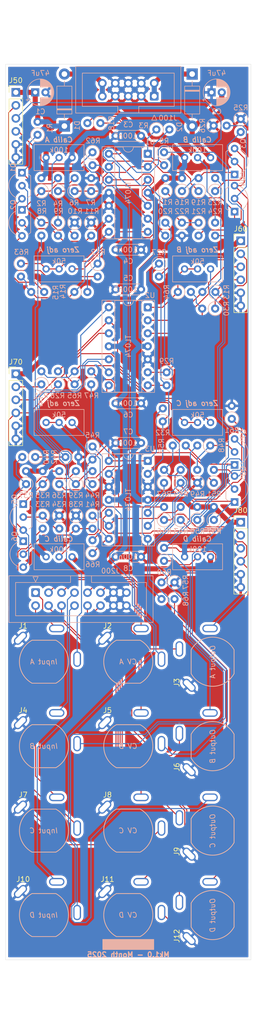
<source format=kicad_pcb>
(kicad_pcb (version 20241229) (generator "pcbnew") (generator_version "9.0")
  (title_block (rev "1") (company "DMH Instruments") (comment 1 "10cm Kosmo format synthesizer module PCB"))
  (layers (0 "F.Cu" signal) (2 "B.Cu" signal) (13 "F.Paste" user) (15 "B.Paste" user) (5 "F.SilkS" user "F.Silkscreen") (7 "B.SilkS" user "B.Silkscreen") (1 "F.Mask" user) (3 "B.Mask" user) (25 "Edge.Cuts" user))
  (net 0 "")
  (net 1 "GND")
  (net 2 "+12V")
  (net 3 "-12V")
  (net 4 "Net-(D1-A)")
  (net 5 "Net-(D2-K)")
  (net 6 "Net-(J200-Pin_1)")
  (net 7 "/Inputs and Outputs/Input A Jack")
  (net 8 "Net-(J200-Pin_2)")
  (net 9 "/Inputs and Outputs/CV A Jack")
  (net 10 "/Inputs and Outputs/Output A Jack")
  (net 11 "Net-(J200-Pin_3)")
  (net 12 "/Inputs and Outputs/Input B Jack")
  (net 13 "Net-(J200-Pin_4)")
  (net 14 "Net-(J200-Pin_5)")
  (net 15 "/Inputs and Outputs/CV B Jack")
  (net 16 "/Inputs and Outputs/Output B Jack")
  (net 17 "Net-(J200-Pin_6)")
  (net 18 "Net-(J200-Pin_9)")
  (net 19 "/Inputs and Outputs/Input C Jack")
  (net 20 "/Inputs and Outputs/CV C Jack")
  (net 21 "Net-(J200-Pin_10)")
  (net 22 "Net-(J200-Pin_11)")
  (net 23 "/Inputs and Outputs/Output C Jack")
  (net 24 "/Inputs and Outputs/Input D Jack")
  (net 25 "Net-(J200-Pin_12)")
  (net 26 "/Inputs and Outputs/CV D Jack")
  (net 27 "Net-(J200-Pin_13)")
  (net 28 "/Inputs and Outputs/Output D Jack")
  (net 29 "Net-(J200-Pin_14)")
  (net 30 "/Inputs and Outputs/CV Amt A Pot")
  (net 31 "/Inputs and Outputs/Offset A Pot")
  (net 32 "/Inputs and Outputs/CV Amt B Pot")
  (net 33 "/Inputs and Outputs/Offset B Pot")
  (net 34 "/Inputs and Outputs/CV Amt C Pot")
  (net 35 "/Inputs and Outputs/Offset C Pot")
  (net 36 "/Inputs and Outputs/CV Amt D Pot")
  (net 37 "/Inputs and Outputs/Offset D Pot")
  (net 38 "Net-(Q1-B)")
  (net 39 "Net-(Q1-C)")
  (net 40 "Net-(Q1-E)")
  (net 41 "Net-(Q2-C)")
  (net 42 "Net-(Q2-B)")
  (net 43 "Net-(Q3-E)")
  (net 44 "Net-(Q3-B)")
  (net 45 "Net-(Q3-C)")
  (net 46 "Net-(Q4-C)")
  (net 47 "Net-(Q4-B)")
  (net 48 "Net-(Q5-B)")
  (net 49 "Net-(Q5-C)")
  (net 50 "Net-(Q5-E)")
  (net 51 "Net-(Q6-B)")
  (net 52 "Net-(Q6-C)")
  (net 53 "Net-(Q7-B)")
  (net 54 "Net-(Q7-C)")
  (net 55 "Net-(Q7-E)")
  (net 56 "Net-(Q8-B)")
  (net 57 "Net-(Q8-C)")
  (net 58 "Net-(R3-Pad1)")
  (net 59 "Net-(U1A--)")
  (net 60 "Net-(U1A-+)")
  (net 61 "Net-(R9-Pad1)")
  (net 62 "Net-(R12-Pad1)")
  (net 63 "Net-(U2A--)")
  (net 64 "Net-(U1C--)")
  (net 65 "Net-(R18-Pad1)")
  (net 66 "Net-(U1D--)")
  (net 67 "Net-(U1D-+)")
  (net 68 "Net-(R24-Pad1)")
  (net 69 "Net-(R27-Pad1)")
  (net 70 "Net-(U2D--)")
  (net 71 "Net-(U2B--)")
  (net 72 "Net-(U3A--)")
  (net 73 "Net-(R32-Pad2)")
  (net 74 "Net-(U2C--)")
  (net 75 "Net-(U2C-+)")
  (net 76 "Net-(R41-Pad1)")
  (net 77 "Net-(U3C--)")
  (net 78 "Net-(R44-Pad1)")
  (net 79 "Net-(U3D--)")
  (net 80 "Net-(R47-Pad2)")
  (net 81 "Net-(U3B--)")
  (net 82 "Net-(U3B-+)")
  (net 83 "Net-(R60-Pad1)")
  (net 84 "Net-(U1B--)")
  (net 85 "Net-(R63-Pad1)")
  (net 86 "Net-(R64-Pad1)")
  (net 87 "Net-(R65-Pad1)")
  (net 88 "Net-(R66-Pad1)")
  (net 89 "Net-(R67-Pad1)")
  (footprint "Connector_PinHeader_2.54mm:PinHeader_1x06_P2.54mm_Vertical" (layer "F.Cu") (at 53 48)
    (property "Reference" "J50")
    (property "Value" "Conn_01x06" (hide yes))
  )
  (footprint "SynthStuff:CUI_MJ-63052A" (layer "F.Cu") (at 58.5 159.25)
    (property "Reference" "J1")
    (property "Value" "TS_Jack_6.35mm_Sw")
  )
  (footprint "SynthStuff:CUI_MJ-63052A" (layer "F.Cu") (at 91.5 192.25 90)
    (property "Reference" "J9")
    (property "Value" "TS_Jack_6.35mm_Sw")
  )
  (footprint "SynthStuff:CUI_MJ-63052A" (layer "F.Cu") (at 91.5 208.75 90)
    (property "Reference" "J12")
    (property "Value" "TS_Jack_6.35mm_Sw")
  )
  (footprint "Connector_PinHeader_2.54mm:PinHeader_1x06_P2.54mm_Vertical" (layer "F.Cu") (at 97 77)
    (property "Reference" "J60")
    (property "Value" "Conn_01x06" (hide yes))
  )
  (footprint "Connector_PinHeader_2.54mm:PinHeader_1x06_P2.54mm_Vertical" (layer "F.Cu") (at 97 132)
    (property "Reference" "J80")
    (property "Value" "Conn_01x06" (hide yes))
  )
  (footprint "SynthStuff:CUI_MJ-63052A" (layer "F.Cu") (at 91.5 159.25 90)
    (property "Reference" "J3")
    (property "Value" "TS_Jack_6.35mm_Sw")
  )
  (footprint "SynthStuff:CUI_MJ-63052A" (layer "F.Cu") (at 75 208.75)
    (property "Reference" "J11")
    (property "Value" "TS_Jack_6.35mm_Sw")
  )
  (footprint "SynthStuff:CUI_MJ-63052A" (layer "F.Cu") (at 58.5 192.25)
    (property "Reference" "J7")
    (property "Value" "TS_Jack_6.35mm_Sw")
  )
  (footprint "SynthStuff:CUI_MJ-63052A" (layer "F.Cu") (at 58.5 175.75)
    (property "Reference" "J4")
    (property "Value" "TS_Jack_6.35mm_Sw")
  )
  (footprint "Connector_PinHeader_2.54mm:PinHeader_1x06_P2.54mm_Vertical" (layer "F.Cu") (at 53 103)
    (property "Reference" "J70")
    (property "Value" "Conn_01x06" (hide yes))
  )
  (footprint "SynthStuff:CUI_MJ-63052A" (layer "F.Cu") (at 75 175.75)
    (property "Reference" "J5")
    (property "Value" "TS_Jack_6.35mm_Sw")
  )
  (footprint "SynthStuff:CUI_MJ-63052A" (layer "F.Cu") (at 75 192.25)
    (property "Reference" "J8")
    (property "Value" "TS_Jack_6.35mm_Sw")
  )
  (footprint "SynthStuff:CUI_MJ-63052A" (layer "F.Cu") (at 58.5 208.75)
    (property "Reference" "J10")
    (property "Value" "TS_Jack_6.35mm_Sw")
  )
  (footprint "SynthStuff:CUI_MJ-63052A" (layer "F.Cu") (at 75 159.25)
    (property "Reference" "J2")
    (property "Value" "TS_Jack_6.35mm_Sw")
  )
  (footprint "SynthStuff:CUI_MJ-63052A" (layer "F.Cu") (at 91.5 175.75 90)
    (property "Reference" "J6")
    (property "Value" "TS_Jack_6.35mm_Sw")
  )
  (footprint "Resistor_THT:R_Axial_DIN0207_L6.3mm_D2.5mm_P2.54mm_Vertical" (layer "B.Cu") (at 58.25 124.545 90)
    (property "Reference" "R35")
    (property "Value" "20k" (hide yes))
  )
  (footprint "Potentiometer_THT:Potentiometer_Bourns_3296W_Vertical" (layer "B.Cu") (at 91.1 138.75)
    (property "Reference" "RV16" (hide yes))
    (property "Value" "100k")
  )
  (footprint "Resistor_THT:R_Axial_DIN0207_L6.3mm_D2.5mm_P2.54mm_Vertical" (layer "B.Cu") (at 88.75 67.295 90)
    (property "Reference" "R19")
    (property "Value" "10k" (hide yes))
  )
  (footprint "Resistor_THT:R_Axial_DIN0207_L6.3mm_D2.5mm_P2.54mm_Vertical" (layer "B.Cu") (at 56.795 119.25 180)
    (property "Reference" "R40")
    (property "Value" "10k" (hide yes))
  )
  (footprint "Resistor_THT:R_Axial_DIN0207_L6.3mm_D2.5mm_P2.54mm_Vertical" (layer "B.Cu") (at 82 124.295 90)
    (property "Reference" "R67")
    (property "Value" "100k" (hide yes))
  )
  (footprint "Resistor_THT:R_Axial_DIN0207_L6.3mm_D2.5mm_P2.54mm_Vertical" (layer "B.Cu") (at 81.75 112.295 90)
    (property "Reference" "R32")
    (property "Value" "100k" (hide yes))
  )
  (footprint "Resistor_THT:R_Axial_DIN0207_L6.3mm_D2.5mm_P2.54mm_Vertical" (layer "B.Cu") (at 64.75 130.705 -90)
    (property "Reference" "R38")
    (property "Value" "100R" (hide yes))
  )
  (footprint "Resistor_THT:R_Axial_DIN0207_L6.3mm_D2.5mm_P2.54mm_Vertical" (layer "B.Cu") (at 91.045 117 180)
    (property "Reference" "R48")
    (property "Value" "100k" (hide yes))
  )
  (footprint "Resistor_THT:R_Axial_DIN0207_L6.3mm_D2.5mm_P2.54mm_Vertical" (layer "B.Cu") (at 64.455 87)
    (property "Reference" "R14")
    (property "Value" "100k" (hide yes))
  )
  (footprint "Resistor_THT:R_Axial_DIN0207_L6.3mm_D2.5mm_P2.54mm_Vertical" (layer "B.Cu") (at 92 90.25 180)
    (property "Reference" "R30")
    (property "Value" "100k" (hide yes))
  )
  (footprint "Potentiometer_THT:Potentiometer_Bourns_3296W_Vertical" (layer "B.Cu") (at 91.1 112.5)
    (property "Reference" "RV12" (hide yes))
    (property "Value" "50k")
  )
  (footprint "Resistor_THT:R_Axial_DIN0207_L6.3mm_D2.5mm_P2.54mm_Vertical" (layer "B.Cu") (at 92.045 87 180)
    (property "Reference" "R13")
    (property "Value" "33k" (hide yes))
  )
  (footprint "Resistor_THT:R_Axial_DIN0207_L6.3mm_D2.5mm_P2.54mm_Vertical" (layer "B.Cu") (at 67.75 73.455 -90)
    (property "Reference" "R11")
    (property "Value" "100R" (hide yes))
  )
  (footprint "Package_TO_SOT_THT:TO-92L_Inline_Wide" (layer "B.Cu") (at 54.45 128.45 -90)
    (property "Reference" "Q5")
    (property "Value" "BC548" (hide yes))
  )
  (footprint "Resistor_THT:R_Axial_DIN0207_L6.3mm_D2.5mm_P2.54mm_Vertical" (layer "B.Cu") (at 62.705 119.25)
    (property "Reference" "R42")
    (property "Value" "100k" (hide yes))
  )
  (footprint "Resistor_THT:R_Axial_DIN0207_L6.3mm_D2.5mm_P2.54mm_Vertical" (layer "B.Cu") (at 85.25 124.295 90)
    (property "Reference" "R59")
    (property "Value" "10k" (hide yes))
  )
  (footprint "Resistor_THT:R_Axial_DIN0207_L6.3mm_D2.5mm_P2.54mm_Vertical" (layer "B.Cu") (at 95.25 111.795 90)
    (property "Reference" "R61")
    (property "Value" "100k" (hide yes))
  )
  (footprint "Resistor_THT:R_Axial_DIN0207_L6.3mm_D2.5mm_P2.54mm_Vertical" (layer "B.Cu") (at 58 73.455 -90)
    (property "Reference" "R8")
    (property "Value" "100k" (hide yes))
  )
  (footprint "Resistor_THT:R_Axial_DIN0207_L6.3mm_D2.5mm_P2.54mm_Vertical" (layer "B.Cu") (at 54 81.455 -90)
    (property "Reference" "R63")
    (property "Value" "100k" (hide yes))
  )
  (footprint "Resistor_THT:R_Axial_DIN0207_L6.3mm_D2.5mm_P2.54mm_Vertical" (layer "B.Cu") (at 88.5 131.545 90)
    (property "Reference" "R50")
    (property "Value" "20k" (hide yes))
  )
  (footprint "Resistor_THT:R_Axial_DIN0207_L6.3mm_D2.5mm_P2.54mm_Vertical" (layer "B.Cu") (at 82.5 102.705 -90)
    (property "Reference" "R29")
    (property "Value" "100k" (hide yes))
  )
  (footprint "Resistor_THT:R_Axial_DIN0207_L6.3mm_D2.5mm_P2.54mm_Vertical" (layer "B.Cu") (at 67.75 67.295 90)
    (property "Reference" "R7")
    (property "Value" "100k" (hide yes))
  )
  (footprint "Resistor_THT:R_Axial_DIN0207_L6.3mm_D2.5mm_P2.54mm_Vertical" (layer "B.Cu") (at 69.545 54 180)
    (property "Reference" "R18")
    (property "Value" "100k" (hide yes))
  )
  (footprint "Package_TO_SOT_THT:TO-92L_Inline_Wide" (layer "B.Cu") (at 95.8 64.05 90)
    (property "Reference" "Q3")
    (property "Value" "BC548" (hide yes))
  )
  (footprint "Resistor_THT:R_Axial_DIN0207_L6.3mm_D2.5mm_P2.54mm_Vertical" (layer "B.Cu") (at 58.25 130.705 -90)
    (property "Reference" "R33")
    (property "Value" "100k" (hide yes))
  )
  (footprint "Resistor_THT:R_Axial_DIN0207_L6.3mm_D2.5mm_P2.54mm_Vertical" (layer "B.Cu") (at 85.25 131.545 90)
    (property "Reference" "R43")
    (property "Value" "33k" (hide yes))
  )
  (footprint "Resistor_THT:R_Axial_DIN0207_L6.3mm_D2.5mm_P2.54mm_Vertical" (layer "B.Cu") (at 61.5 130.705 -90)
    (property "Reference" "R34")
    (property "Value" "100R" (hide yes))
  )
  (footprint "Package_TO_SOT_THT:TO-92L_Inline_Wide" (layer "B.Cu") (at 95.8 120.8 90)
    (property "Reference" "Q7")
    (property "Value" "BC548" (hide yes))
  )
  (footprint "Resistor_THT:R_Axial_DIN0207_L6.3mm_D2.5mm_P2.54mm_Vertical" (layer "B.Cu") (at 82 131.545 90)
    (property "Reference" "R46")
    (property "Value" "100k" (hide yes))
  )
  (footprint "Resistor_THT:R_Axial_DIN0207_L6.3mm_D2.5mm_P2.54mm_Vertical" (layer "B.Cu") (at 64.5 67.295 90)
    (property "Reference" "R6")
    (property "Value" "10k" (hide yes))
  )
  (footprint "Resistor_THT:R_Axial_DIN0207_L6.3mm_D2.5mm_P2.54mm_Vertical" (layer "B.Cu") (at 57.25 56.295 90)
    (property "Reference" "R1")
    (property "Value" "20k" (hide yes))
  )
  (footprint "SynthStuff:IDC-Header_2x08_P2.54mm_Vertical_BackBone" (layer "B.Cu") (at 56.86 145.7475 -90)
    (property "Reference" "J200")
    (property "Value" "IDC_02x08" (hide yes))
  )
  (footprint "Package_TO_SOT_THT:TO-92L_Inline_Wide" (layer "B.Cu") (at 54.2 70.95 -90)
    (property "Reference" "Q2")
    (property "Value" "BC548" (hide yes))
  )
  (footprint "Resistor_THT:R_Axial_DIN0207_L6.3mm_D2.5mm_P2.54mm_Vertical" (layer "B.Cu") (at 58 67.295 90)
    (property "Reference" "R2")
    (property "Value" "20k" (hide yes))
  )
  (footprint "Potentiometer_THT:Potentiometer_Bourns_3296W_Vertical" (layer "B.Cu") (at 64 82.5)
    (property "Reference" "RV10" (hide yes))
    (property "Value" "50k")
  )
  (footprint "Resistor_THT:R_Axial_DIN0207_L6.3mm_D2.5mm_P2.54mm_Vertical" (layer "B.Cu") (at 83.705 117)
    (property "Reference" "R58")
    (property "Value" "10k" (hide yes))
  )
  (footprint "Resistor_THT:R_Axial_DIN0207_L6.3mm_D2.5mm_P2.54mm_Vertical" (layer "B.Cu") (at 67.75 105.045 90)
    (property "Reference" "R47")
    (property "Value" "100k" (hide yes))
  )
  (footprint "Resistor_THT:R_Axial_DIN0207_L6.3mm_D2.5mm_P2.54mm_Vertical" (layer "B.Cu") (at 82 59.705 -90)
    (property "Reference" "R5")
    (property "Value" "1k" (hide yes))
  )
  (footprint "Capacitor_THT:C_Disc_D4.3mm_W1.9mm_P5.00mm" (layer "B.Cu") (at 77.5 78.75 180)
    (property "Reference" "C4")
    (property "Value" "100nF")
  )
  (footprint "Resistor_THT:R_Axial_DIN0207_L6.3mm_D2.5mm_P2.54mm_Vertical" (layer "B.Cu") (at 69 81.455 -90)
    (property "Reference" "R12")
    (property "Value" "10k" (hide yes))
  )
  (footprint "Resistor_THT:R_Axial_DIN0207_L6.3mm_D2.5mm_P2.54mm_Vertical" (layer "B.Cu") (at 82 139.545 90)
    (property "Reference" "R60")
    (property "Value" "100k" (hide yes))
  )
  (footprint "Capacitor_THT:C_Disc_D4.3mm_W1.9mm_P5.00mm" (layer "B.Cu") (at 77.5 138.75 180)
    (property "Reference" "C8")
    (property "Value" "100nF")
  )
  (footprint "Resistor_THT:R_Axial_DIN0207_L6.3mm_D2.5mm_P2.54mm_Vertical" (layer "B.Cu") (at 88.75 73.455 -90)
    (property "Reference" "R21")
    (property "Value" "10k" (hide yes))
  )
  (footprint "Diode_THT:D_DO-41_SOD81_P10.16mm_Horizontal" (layer "B.Cu") (at 87.5 44.42 -90)
    (property "Reference" "D2")
    (property "Value" "SB140-" (hide yes))
  )
  (footprint "Capacitor_THT:CP_Radial_D5.0mm_P2.00mm" (layer "B.Cu") (at 91.294888 48)
    (property "Reference" "C2")
    (property "Value" "47uF")
  )
  (footprint "Potentiometer_THT:Potentiometer_Bourns_3296W_Vertical" (layer "B.Cu") (at 64 112.5)
    (property "Reference" "RV15" (hide yes))
    (property "Value" "50k")
  )
  (footprint "Potentiometer_THT:Potentiometer_Bourns_3296W_Vertical" (layer "B.Cu") (at 64 138.75)
    (property "Reference" "RV3" (hide yes))
    (property "Value" "100k")
  )
  (footprint "Resistor_THT:R_Axial_DIN0207_L6.3mm_D2.5mm_P2.54mm_Vertical" (layer "B.Cu") (at 58 105.045 90)
    (property "Reference" "R31")
    (property "Value" "100k" (hide yes))
  )
  (footprint "Potentiometer_THT:Potentiometer_Bourns_3296W_Vertical" (layer "B.Cu") (at 64 60.75)
    (property "Reference" "RV1" (hide yes))
    (property "Value" "100k")
  )
  (footprint "Resistor_THT:R_Axial_DIN0207_L6.3mm_D2.5mm_P2.54mm_Vertical" (layer "B.Cu") (at 68 138.045 90)
    (property "Reference" "R66")
    (property "Value" "100k" (hide yes))
  )
  (footprint "Potentiometer_THT:Potentiometer_Bourns_3296W_Vertical" (layer "B.Cu") (at 91.1 60.75)
    (property "Reference" "RV2" (hide yes))
    (property "Value" "100k")
  )
  (footprint "Resistor_THT:R_Axial_DIN0207_L6.3mm_D2.5mm_P2.54mm_Vertical" (layer "B.Cu") (at 68 117.205 -90)
    (property "Reference" "R45")
    (property "Value" "1k" (hide yes))
  )
  (footprint "Capacitor_THT:C_Disc_D4.3mm_W1.9mm_P5.00mm" (layer "B.Cu") (at 77.5 56.5 180)
    (property "Reference" "C3")
    (property "Value" "100nF")
  )
  (footprint "Resistor_THT:R_Axial_DIN0207_L6.3mm_D2.5mm_P2.54mm_Vertical" (layer "B.Cu") (at 58.545 87 180)
    (property "Reference" "R15")
    (property "Value" "100k" (hide yes))
  )
  (footprint "Resistor_THT:R_Axial_DIN0207_L6.3mm_D2.5mm_P2.54mm_Vertical" (layer "B.Cu") (at 61.25 105.045 90)
    (property "Reference" "R28")
    (property "Value" "33k" (hide yes))
  )
  (footprint "Resistor_THT:R_Axial_DIN0207_L6.3mm_D2.5mm_P2.54mm_Vertical" (layer "B.Cu") (at 91.705 54.5)
    (property "Reference" "R26")
    (property "Value" "100R" (hide yes))
  )
  (footprint "Potentiometer_THT:Potentiometer_Bourns_3296W_Vertical" (layer "B.Cu") (at 91.1 82.5)
    (property "Reference" "RV11" (hide yes))
    (property "Value" "50k")
  )
  (footprint "Resistor_THT:R_Axial_DIN0207_L6.3mm_D2.5mm_P2.54mm_Vertical" (layer "B.Cu") (at 84.045 147 180)
    (property "Reference" "R68")
    (property "Value" "1k" (hide yes))
  )
  (footprint "Diode_THT:D_DO-41_SOD81_P10.16mm_Horizontal" (layer "B.Cu") (at 62.5 54.58 90)
    (property "Reference" "D1")
    (property "Value" "SB140+" (hide yes))
  )
  (footprint "Capacitor_THT:CP_Radial_D5.0mm_P2.00mm" (layer "B.Cu") (at 56.794888 48)
    (property "Reference" "C1")
    (property "Value" "47uF")
  )
  (footprint "Resistor_THT:R_Axial_DIN0207_L6.3mm_D2.5mm_P2.54mm_Vertical" (layer "B.Cu") (at 68 59.705 -90)
    (property "Reference" "R62")
    (property "Value" "33k" (hide yes))
  )
  (footprint "SynthStuff:IDC-Header_2x05_P2.54mm_Vertical_Eurorack" (layer "B.Cu") (at 80.08 48.7525 90)
    (property "Reference" "J100")
    (property "Value" "IDC_02x05" (hide yes))
  )
  (footprint "Package_TO_SOT_THT:TO-92L_Inline_Wide" (layer "B.Cu") (at 95.8 128.05 90)
    (property "Reference" "Q8")
    (property "Value" "BC548" (hide yes))
  )
  (footprint "Resistor_THT:R_Axial_DIN0207_L6.3mm_D2.5mm_P2.54mm_Vertical" (layer "B.Cu") (at 84.045 143.75 180)
    (property "Reference" "R57")
    (property "Value" "100R" (hide yes))
  )
  (footprint "Package_TO_SOT_THT:TO-92L_Inline_Wide" (layer "B.Cu") (at 95.8 71.3 90)
    (property "Reference" "Q4")
    (property "Value" "BC548" (hide yes))
  )
  (footprint "Resistor_THT:R_Axial_DIN0207_L6.3mm_D2.5mm_P2.54mm_Vertical" (layer "B.Cu") (at 91.75 124.295 90)
    (property "Reference" "R51")
    (property "Value" "10k" (hide yes))
  )
  (footprint "Resistor_THT:R_Axial_DIN0207_L6.3mm_D2.5mm_P2.54mm_Vertical" (layer "B.Cu") (at 85.5 67.295 90)
    (property "Reference" "R16")
    (property "Value" "20k" (hide yes))
  )
  (footprint "Capacitor_THT:C_Disc_D4.3mm_W1.9mm_P5.00mm" (layer "B.Cu") (at 77.5 116.5 180)
    (property "Reference" "C7")
    (property "Value" "100nF")
  )
  (footprint "Capacitor_THT:C_Disc_D4.3mm_W1.9mm_P5.00mm" (layer "B.Cu") (at 77.5 86.5 180)
    (property "Reference" "C5")
    (property "Value" "100nF")
  )
  (footprint "Package_DIP:DIP-14_W7.62mm_Socket" (layer "B.Cu") (at 78.81 60 180)
    (property "Reference" "U1")
    (property "Value" "TL074")
  )
  (footprint "Resistor_THT:R_Axial_DIN0207_L6.3mm_D2.5mm_P2.54mm_Vertical" (layer "B.Cu") (at 85.5 73.455 -90)
    (property "Reference" "R22")
    (property "Value" "100k" (hide yes))
  )
  (footprint "Package_DIP:DIP-14_W7.62mm_Socket" (layer "B.Cu") (at 78.81 90 180)
    (property "Reference" "U2")
    (property "Value" "TL074")
  )
  (footprint "Capacitor_THT:C_Disc_D4.3mm_W1.9mm_P5.00mm" (layer "B.Cu") (at 77.5 108.75 180)
    (property "Reference" "C6")
    (property "Value" "100nF")
  )
  (footprint "Resistor_THT:R_Axial_DIN0207_L6.3mm_D2.5mm_P2.54mm_Vertical" (layer "B.Cu") (at 61.25 73.455 -90)
    (property "Reference" "R9")
    (property "Value" "100k" (hide yes))
  )
  (footprint "Package_TO_SOT_THT:TO-92L_Inline_Wide" (layer "B.Cu") (at 54.45 135.7 -90)
    (property "Reference" "Q6")
    (property "Value" "BC548" (hide yes))
  )
  (footprint "Resistor_THT:R_Axial_DIN0207_L6.3mm_D2.5mm_P2.54mm_Vertical" (layer "B.Cu") (at 92 73.455 -90)
    (property "Reference" "R24")
    (property "Value" "100k" (hide yes))
  )
  (footprint "Package_TO_SOT_THT:TO-92L_Inline_Wide" (layer "B.Cu") (at 54.2 63.7 -90)
    (property "Reference" "Q1")
    (property "Value" "BC548" (hide yes))
  )
  (footprint "Resistor_THT:R_Axial_DIN0207_L6.3mm_D2.5mm_P2.54mm_Vertical" (layer "B.Cu") (at 68 124.545 90)
    (property "Reference" "R44")
    (property "Value" "100k" (hide yes))
  )
  (footprint "Resistor_THT:R_Axial_DIN0207_L6.3mm_D2.5mm_P2.54mm_Vertical" (layer "B.Cu") (at 82.25 73.455 -90)
    (property "Reference" "R20")
    (property "Value" "1k" (hide yes))
  )
  (footprint "Resistor_THT:R_Axial_DIN0207_L6.3mm_D2.5mm_P2.54mm_Vertical" (layer "B.Cu") (at 68 130.705 -90)
    (property "Reference" "R41")
    (property "Value" "100k" (hide yes))
  )
  (footprint "Resistor_THT:R_Axial_DIN0207_L6.3mm_D2.5mm_P2.54mm_Vertical" (layer "B.Cu") (at 91.75 131.545 90)
    (property "Reference" "R52")
    (property "Value" "20k" (hide yes))
  )
  (footprint "Resistor_THT:R_Axial_DIN0207_L6.3mm_D2.5mm_P2.54mm_Vertical" (layer "B.Cu") (at 80.5 55.25)
    (property "Reference" "R3")
    (property "Value" "100k" (hide yes))
  )
  (footprint "Resistor_THT:R_Axial_DIN0207_L6.3mm_D2.5mm_P2.54mm_Vertical" (layer "B.Cu") (at 81 81.455 -90)
    (property "Reference" "R27")
    (property "Value" "10k" (hide yes))
  )
  (footprint "Resistor_THT:R_Axial_DIN0207_L6.3mm_D2.5mm_P2.54mm_Vertical" (layer "B.Cu") (at 61.5 124.545 90)
    (property "Reference" "R36")
    (property "Value" "10k" (hide yes))
  )
  (footprint "Resistor_THT:R_Axial_DIN0207_L6.3mm_D2.5mm_P2.54mm_Vertical" (layer "B.Cu") (at 84.705 87)
    (property "Reference" "R64")
    (property "Value" "100k" (hide yes))
  )
  (footprint "Resistor_THT:R_Axial_DIN0207_L6.3mm_D2.5mm_P2.54mm_Vertical" (layer "B.Cu") (at 64.75 124.545 90)
    (property "Reference" "R39")
    (property "Value" "10k" (hide yes))
  )
  (footprint "Resistor_THT:R_Axial_DIN0207_L6.3mm_D2.5mm_P2.54mm_Vertical" (layer "B.Cu") (at 64.5 73.455 -90)
    (property "Reference" "R10")
    (property "Value" "100R" (hide yes))
  )
  (footprint "Resistor_THT:R_Axial_DIN0207_L6.3mm_D2.5mm_P2.54mm_Vertical" (layer "B.Cu") (at 64.5 105.045 90)
    (property "Reference" "R65")
    (property "Value" "100k" (hide yes))
  )
  (footprint "Resistor_THT:R_Axial_DIN0207_L6.3mm_D2.5mm_P2.54mm_Vertical" (layer "B.Cu") (at 92 67.295 90)
    (property "Reference" "R23")
    (property "Value" "100k" (hide yes))
  )
  (footprint "Resistor_THT:R_Axial_DIN0207_L6.3mm_D2.5mm_P2.54mm_Vertical" (layer "B.Cu") (at 61.25 67.295 90)
    (property "Reference" "R4")
    (property "Value" "10k" (hide yes))
  )
  (footprint "Package_DIP:DIP-14_W7.62mm_Socket" (layer "B.Cu") (at 78.81 120 180)
    (property "Reference" "U3")
    (property "Value" "TL074")
  )
  (footprint "Resistor_THT:R_Axial_DIN0207_L6.3mm_D2.5mm_P2.54mm_Vertical" (layer "B.Cu") (at 82.25 67.295 90)
    (property "Reference" "R17")
    (property "Value" "20k" (hide yes))
  )
  (footprint "Resistor_THT:R_Axial_DIN0207_L6.3mm_D2.5mm_P2.54mm_Vertical" (layer "B.Cu") (at 55 124.545 90)
    (property "Reference" "R37")
    (property "Value" "20k" (hide yes))
  )
  (footprint "Resistor_THT:R_Axial_DIN0207_L6.3mm_D2.5mm_P2.54mm_Vertical" (layer "B.Cu") (at 88.5 124.295 90)
    (property "Reference" "R49")
    (property "Value" "100R" (hide yes))
  )
  (footprint "Resistor_THT:R_Axial_DIN0207_L6.3mm_D2.5mm_P2.54mm_Vertical" (layer "B.Cu") (at 97 53.205 -90)
    (property "Reference" "R25")
    (property "Value" "100R" (hide yes))
  )
  (gr_rect (start 70 213.5) (end 80 215.5) (stroke (width 0.1)) (fill yes) (layer "B.SilkS"))
  (gr_rect (start 51 42.5) (end 99 217.5) (stroke (width 0.05)) (fill no) (layer "Edge.Cuts"))
  (gr_text "Mk1.0 - Month 2025" (at 75 216.5 0) (layer "B.SilkS") (effects (font (size 1 1) (thickness 0.25) (bold yes)) (justify mirror)))
  (segment (start 62.5 54.58) (end 65.18 51.9) (width 1) (layer "F.Cu") (net 2))
  (segment (start 79.204 58.204) (end 83.474 58.204) (width 1) (layer "F.Cu") (net 2))
  (segment (start 78.81 127.62) (end 78.93 127.5) (width 1) (layer "F.Cu") (net 2))
  (segment (start 93.7 79.9) (end 96.6 77) (width 1) (layer "F.Cu") (net 2))
  (segment (start 55.3 103) (end 69.9 88.4) (width 1) (layer "F.Cu") (net 2))
  (segment (start 77.5 56.5) (end 79.204 58.204) (width 1) (layer "F.Cu") (net 2))
  (segment (start 56.794888 50.894888) (end 57.3 51.4) (width 1) (layer "F.Cu") (net 2))
  (segment (start 75.6 88.4) (end 77.5 86.5) (width 1) (layer "F.Cu") (net 2))
  (segment (start 77.5 82.7) (end 80.3 79.9) (width 1) (layer "F.Cu") (net 2))
  (segment (start 57.3 51.4) (end 57.3 53.705) (width 1) (layer "F.Cu") (net 2))
  (segment (start 53 103) (end 55.3 103) (width 1) (layer "F.Cu") (net 2))
  (segment (start 88.5 129.005) (end 91.75 129.005) (width 1) (layer "F.Cu") (net 2))
  (segment (start 58.92 60.75) (end 58.92 58.16) (width 1) (layer "F.Cu") (net 2))
  (segment (start 55 122.005) (end 58.25 122.005) (width 1) (layer "F.Cu") (net 2))
  (segment (start 53 48) (end 56.794888 48) (width 1) (layer "F.Cu") (net 2))
  (segment (start 72.9 51.9) (end 77.5 56.5) (width 1) (layer "F.Cu") (net 2))
  (segment (start 58.92 58.16) (end 62.5 54.58) (width 1) (layer "F.Cu") (net 2))
  (segment (start 82.25 64.755) (end 85.5 64.755) (width 1) (layer "F.Cu") (net 2))
  (segment (start 69.9 88.4) (end 75.6 88.4) (width 1) (layer "F.Cu") (net 2))
  (segment (start 96.6 77) (end 97 77) (width 1) (layer "F.Cu") (net 2))
  (segment (start 78.81 67.62) (end 79.385 67.62) (width 1) (layer "F.Cu") (net 2))
  (segment (start 79.385 67.62) (end 82.25 64.755) (width 1) (layer "F.Cu") (net 2))
  (segment (start 91.75 129.005) (end 94.745 132) (width 1) (layer "F.Cu") (net 2))
  (segment (start 80.3 79.9) (end 93.7 79.9) (width 1) (layer "F.Cu") (net 2))
  (segment (start 94.745 132) (end 97 132) (width 1) (layer "F.Cu") (net 2))
  (segment (start 77.5 86.5) (end 77.5 82.7) (width 1) (layer "F.Cu") (net 2))
  (segment (start 57.3 53.705) (end 57.25 53.755) (width 1) (layer "F.Cu") (net 2))
  (segment (start 85.9 127.5) (end 87.405 129.005) (width 1) (layer "F.Cu") (net 2))
  (segment (start 83.474 58.204) (end 86.02 60.75) (width 1) (layer "F.Cu") (net 2))
  (segment (start 56.794888 48) (end 56.794888 50.894888) (width 1) (layer "F.Cu") (net 2))
  (segment (start 87.405 129.005) (end 88.5 129.005) (width 1) (layer "F.Cu") (net 2))
  (segment (start 65.18 51.9) (end 72.9 51.9) (width 1) (layer "F.Cu") (net 2))
  (segment (start 78.93 127.5) (end 85.9 127.5) (width 1) (layer "F.Cu") (net 2))
  (segment (start 90.249 132.051) (end 86.02 136.28) (width 1) (layer "B.Cu") (net 2))
  (segment (start 77.5 82.832265) (end 77.5 86.5) (width 1) (layer "B.Cu") (net 2))
  (segment (start 78.81 67.62) (end 80.311 69.121) (width 1) (layer "B.Cu") (net 2))
  (segment (start 85.5 63.02) (end 85.5 64.755) (width 1) (layer "B.Cu") (net 2))
  (segment (start 78.81 97.62) (end 77.22 97.62) (width 1) (layer "B.Cu") (net 2))
  (segment (start 90.249 130.923265) (end 90.249 132.051) (width 1) (layer "B.Cu") (net 2))
  (segment (start 58 64.755) (end 58.9 63.855) (width 1) (layer "B.Cu") (net 2))
  (segment (start 86.02 62.5) (end 85.5 63.02) (width 1) (layer "B.Cu") (net 2))
  (segment (start 75.999 96.399) (end 75.999 88.001) (width 1) (layer "B.Cu") (net 2))
  (segment (start 77.22 97.62) (end 75.999 98.841) (width 1) (layer "B.Cu") (net 2))
  (segment (start 53 103) (end 55.999 105.999) (width 1) (layer "B.Cu") (net 2))
  (segment (start 56.501 123.506) (end 55 122.005) (width 1) (layer "B.Cu") (net 2))
  (segment (start 75.999 126.499) (end 77.12 127.62) (width 1) (layer "B.Cu") (net 2))
  (segment (start 58.9 63.855) (end 58.9 60.77) (width 1) (layer "B.Cu") (net 2))
  (segment (start 91.75 129.422265) (end 90.249 130.923265) (width 1) (layer "B.Cu") (net 2))
  (segment (start 59.9 120.355) (end 58.25 122.005) (width 1) (layer "B.Cu") (net 2))
  (segment (start 77.12 127.62) (end 78.81 127.62) (width 1) (layer "B.Cu") (net 2))
  (segment (start 75.999 98.841) (end 75.999 114.999) (width 1) (layer "B.Cu") (net 2))
  (segment (start 80.311 69.121) (end 80.311 80.021265) (width 1) (layer "B.Cu") (net 2))
  (segment (start 91.75 129.005) (end 91.75 129.422265) (width 1) (layer "B.Cu") (net 2))
  (segment (start 75.999 114.999) (end 77.5 116.5) (width 1) (layer "B.Cu") (net 2))
  (segment (start 56.501 136.331) (end 56.501 123.506) (width 1) (layer "B.Cu") (net 2))
  (segment (start 75.999 118.001) (end 75.999 126.499) (width 1) (layer "B.Cu") (net 2))
  (segment (start 59.98 54.58) (end 62.5 54.58) (width 1) (layer "B.Cu") (net 2))
  (segment (start 75.999 88.001) (end 77.5 86.5) (width 1) (layer "B.Cu") (net 2))
  (segment (start 77.5 116.5) (end 75.999 118.001) (width 1) (layer "B.Cu") (net 2))
  (segment (start 57.25 53.755) (end 59.155 53.755) (width 1) (layer "B.Cu") (net 2))
  (segment (start 77.22 97.62) (end 75.999 96.399) (width 1) (layer "B.Cu") (net 2))
  (segment (start 59.9 118.2) (end 59.9 120.355) (width 1) (layer "B.Cu") (net 2))
  (segment (start 86.02 136.28) (end 86.02 138.75) (width 1) (layer "B.Cu") (net 2))
  (segment (start 86.02 60.75) (end 86.02 62.5) (width 1) (layer "B.Cu") (net 2))
  (segment (start 58.92 138.75) (end 56.501 136.331) (width 1) (layer "B.Cu") (net 2))
  (segment (start 58.9 60.77) (end 58.92 60.75) (width 1) (layer "B.Cu") (net 2))
  (segment (start 55.999 114.299) (end 59.9 118.2) (width 1) (layer "B.Cu") (net 2))
  (segment (start 80.311 80.021265) (end 77.5 82.832265) (width 1) (layer "B.Cu") (net 2))
  (segment (start 59.155 53.755) (end 59.98 54.58) (width 1) (layer "B.Cu") (net 2))
  (segment (start 55.999 105.999) (end 55.999 114.299) (width 1) (layer "B.Cu") (net 2))
  (segment (start 64 138.75) (end 65.65 140.4) (width 1) (layer "F.Cu") (net 3))
  (segment (start 75.25 138.75) (end 77.6 141.1) (width 1) (layer "F.Cu") (net 3))
  (segment (start 88.12 54.58) (end 93.294888 49.405112) (width 1) (layer "F.Cu") (net 3))
  (segment (start 70.85 140.4) (end 72.5 138.75) (width 1) (layer "F.Cu") (net 3))
  (segment (start 90.2 141.1) (end 91.1 140.2) (width 1) (layer "F.Cu") (net 3))
  (segment (start 65.65 140.4) (end 70.85 140.4) (width 1) (layer "F.Cu") (net 3))
  (segment (start 91.1 140.2) (end 91.1 138.75) (width 1) (layer "F.Cu") (net 3))
  (segment (start 72.5 138.75) (end 75.25 138.75) (width 1) (layer "F.Cu") (net 3))
  (segment (start 93.294888 49.405112) (end 93.294888 48) (width 1) (layer "F.Cu") (net 3))
  (segment (start 87.5 57.15) (end 91.1 60.75) (width 1) (layer "F.Cu") (net 3))
  (segment (start 87.5 54.58) (end 87.5 57.15) (width 1) (layer "F.Cu") (net 3))
  (segment (start 87.5 54.58) (end 88.12 54.58) (width 1) (layer "F.Cu") (net 3))
  (segment (start 77.6 141.1) (end 90.2 141.1) (width 1) (layer "F.Cu") (net 3))
  (segment (start 74.397 110.647) (end 74.397 126.503) (width 1) (layer "B.Cu") (net 3))
  (segment (start 72.5 78.75) (end 74.397 80.647) (width 1) (layer "B.Cu") (net 3))
  (segment (start 87.5 54.58) (end 85.22 52.3) (width 1) (layer "B.Cu") (net 3))
  (segment (start 62.999 67.916735) (end 65.382265 70.3) (width 1) (layer "B.Cu") (net 3))
  (segment (start 73.7 52.3) (end 70 56) (width 1) (layer "B.Cu") (net 3))
  (segment (start 68.51 70.3) (end 71.19 67.62) (width 1) (layer "B.Cu") (net 3))
  (segment (start 74.397 76.853) (end 72.5 78.75) (width 1) (layer "B.Cu") (net 3))
  (segment (start 64 60.75) (end 62.999 61.751) (width 1) (layer "B.Cu") (net 3))
  (segment (start 74.397 106.853) (end 72.5 108.75) (width 1) (layer "B.Cu") (net 3))
  (segment (start 72.5 138.75) (end 74.397 136.853) (width 1) (layer "B.Cu") (net 3))
  (segment (start 73.22 97.62) (end 74.397 98.797) (width 1) (layer "B.Cu") (net 3))
  (segment (start 74.397 70.827) (end 74.397 76.853) (width 1) (layer "B.Cu") (net 3))
  (segment (start 74.397 126.503) (end 73.28 127.62) (width 1) (layer "B.Cu") (net 3))
  (segment (start 70 56) (end 67 56) (width 1) (layer "B.Cu") (net 3))
  (segment (start 74.397 128.737) (end 73.28 127.62) (width 1) (layer "B.Cu") (net 3))
  (segment (start 71.19 97.62) (end 73.22 97.62) (width 1) (layer "B.Cu") (net 3))
  (segment (start 73.28 127.62) (end 71.19 127.62) (width 1) (layer "B.Cu") (net 3))
  (segment (start 74.397 136.853) (end 74.397 128.737) (width 1) (layer "B.Cu") (net 3))
  (segment (start 85.22 52.3) (end 73.7 52.3) (width 1) (layer "B.Cu") (net 3))
  (segment (start 67 56) (end 64 59) (width 1) (layer "B.Cu") (net 3))
  (segment (start 72.5 108.75) (end 74.397 110.647) (width 1) (layer "B.Cu") (net 3))
  (segment (start 74.397 96.443) (end 73.22 97.62) (width 1) (layer "B.Cu") (net 3))
  (segment (start 74.397 80.647) (end 74.397 96.443) (width 1) (layer "B.Cu") (net 3))
  (segment (start 62.999 61.751) (end 62.999 67.916735) (width 1) (layer "B.Cu") (net 3))
  (segment (start 71.19 67.62) (end 74.397 70.827) (width 1) (layer "B.Cu") (net 3))
  (segment (start 65.382265 70.3) (end 68.51 70.3) (width 1) (layer "B.Cu") (net 3))
  (segment (start 64 59) (end 64 60.75) (width 1) (layer "B.Cu") (net 3))
  (segment (start 74.397 98.797) (end 74.397 106.853) (width 1) (layer "B.Cu") (net 3))
  (segment (start 68.1275 44.42) (end 69.92 46.2125) (width 1) (layer "F.Cu") (net 4))
  (segment (start 62.5 44.42) (end 68.1275 44.42) (width 1) (layer "F.Cu") (net 4))
  (segment (start 69.92 48.7525) (end 69.92 46.2125) (width 1) (layer "B.Cu") (net 4))
  (segment (start 87.5 44.42) (end 81.8725 44.42) (width 1) (layer "F.Cu") (net 5))
  (segment (start 81.8725 44.42) (end 80.08 46.2125) (width 1) (layer "F.Cu") (net 5))
  (segment (start 80.08 48.7525) (end 80.08 46.2125) (width 1) (layer "B.Cu") (net 5))
  (segment (start 58.249 149.999) (end 61 152.75) (width 0.2) (layer "F.Cu") (net 6))
  (segment (start 58.249 147.1365) (end 58.249 149.999) (width 0.2) (layer "F.Cu") (net 6))
  (segment (start 56.86 145.7475) (end 58.249 147.1365) (width 0.2) (layer "F.Cu") (net 6))
  (segment (start 61.604 118.7161) (end 56.8 113.9121) (width 0.2) (layer "B.Cu") (net 7))
  (segment (start 65 158.75) (end 65 150.5) (width 0.2) (layer "B.Cu") (net 7))
  (segment (start 56.8 90.1) (end 57.3 89.6) (width 0.2) (layer "B.Cu") (net 7))
  (segment (start 65.851 142.13605) (end 62.904 139.18905) (width 0.2) (layer "B.Cu") (net 7))
  (segment (start 61.604 119.70605) (end 61.604 118.7161) (width 0.2) (layer "B.Cu") (net 7))
  (segment (start 65 150.5) (end 65.851 149.649) (width 0.2) (layer "B.Cu") (net 7))
  (segment (start 57.3 89.6) (end 57.3 79.3329) (width 0.2) (layer "B.Cu") (net 7))
  (segment (start 56.8 113.9121) (end 56.8 90.1) (width 0.2) (layer "B.Cu") (net 7))
  (segment (start 62.904 139.18905) (end 62.904 121.00605) (width 0.2) (layer "B.Cu") (net 7))
  (segment (start 65.851 149.649) (end 65.851 142.13605) (width 0.2) (layer "B.Cu") (net 7))
  (segment (start 62.904 121.00605) (end 61.604 119.70605) (width 0.2) (layer "B.Cu") (net 7))
  (segment (start 58 78.6329) (end 58 75.995) (width 0.2) (layer "B.Cu") (net 7))
  (segment (start 57.3 79.3329) (end 58 78.6329) (width 0.2) (layer "B.Cu") (net 7))
  (segment (start 59.4 145.7475) (end 62.3475 142.8) (width 0.2) (layer "F.Cu") (net 8))
  (segment (start 75.8 142.8) (end 77.5 144.5) (width 0.2) (layer "F.Cu") (net 8))
  (segment (start 77.5 144.5) (end 77.5 152.75) (width 0.2) (layer "F.Cu") (net 8))
  (segment (start 62.3475 142.8) (end 75.8 142.8) (width 0.2) (layer "F.Cu") (net 8))
  (segment (start 53.52 55.62) (end 53 55.62) (width 0.2) (layer "F.Cu") (net 9))
  (segment (start 57.899 59.999) (end 53.52 55.62) (width 0.2) (layer "F.Cu") (net 9))
  (segment (start 68 59.705) (end 65.705 62) (width 0.2) (layer "F.Cu") (net 9))
  (segment (start 57.899 61.172913) (end 57.899 59.999) (width 0.2) (layer "F.Cu") (net 9))
  (segment (start 65.705 62) (end 58.726087 62) (width 0.2) (layer "F.Cu") (net 9))
  (segment (start 58.726087 62) (end 57.899 61.172913) (width 0.2) (layer "F.Cu") (net 9))
  (segment (start 67.79795 63.6) (end 66.3525 62.15455) (width 0.2) (layer "B.Cu") (net 9))
  (segment (start 80.404 157.104) (end 80.404 156.9309) (width 0.2) (layer "B.Cu") (net 9))
  (segment (start 69 63.6) (end 67.79795 63.6) (width 0.2) (layer "B.Cu") (net 9))
  (segment (start 69.9 64.5) (end 69 63.6) (width 0.2) (layer "B.Cu") (net 9))
  (segment (start 75.9571 143.19) (end 75.198 142.4309) (width 0.2) (layer "B.Cu") (net 9))
  (segment (start 66.3525 62.15455) (end 66.3525 61.3525) (width 0.2) (layer "B.Cu") (net 9))
  (segment (start 71.8429 66.3) (end 70.85295 66.3) (width 0.2) (layer "B.Cu") (net 9))
  (segment (start 80.404 152.2369) (end 80.1691 152.002) (width 0.2) (layer "B.Cu") (net 9))
  (segment (start 76.192 143.992) (end 76.192 143.7571) (width 0.2) (layer "B.Cu") (net 9))
  (segment (start 76.192 143.7571) (end 76.192 143.4249) (width 0.2) (layer "B.Cu") (net 9))
  (segment (start 75.198 142.4309) (end 75.198 69.6551) (width 0.2) (layer "B.Cu") (net 9))
  (segment (start 75.198 69.6551) (end 71.8429 66.3) (width 0.2) (layer "B.Cu") (net 9))
  (segment (start 81.5 158.2) (end 80.404 157.104) (width 0.2) (layer "B.Cu") (net 9))
  (segment (start 80.404 152.5691) (end 80.404 152.2369) (width 0.2) (layer "B.Cu") (net 9))
  (segment (start 80.404 156.9309) (end 80.404 152.5691) (width 0.2) (layer "B.Cu") (net 9))
  (segment (start 70.85295 66.3) (end 69.9 65.34705) (width 0.2) (layer "B.Cu") (net 9))
  (segment (start 76.192 143.4249) (end 75.9571 143.19) (width 0.2) (layer "B.Cu") (net 9))
  (segment (start 81.5 158.75) (end 81.5 158.2) (width 0.2) (layer "B.Cu") (net 9))
  (segment (start 80.1691 152.002) (end 76.192 148.0249) (width 0.2) (layer "B.Cu") (net 9))
  (segment (start 76.192 148.0249) (end 76.192 143.992) (width 0.2) (layer "B.Cu") (net 9))
  (segment (start 66.3525 61.3525) (end 68 59.705) (width 0.2) (layer "B.Cu") (net 9))
  (segment (start 69.9 65.34705) (end 69.9 64.5) (width 0.2) (layer "B.Cu") (net 9))
  (segment (start 97.5 73.5) (end 97.5 71.075661) (width 0.2) (layer "B.Cu") (net 10))
  (segment (start 96.235339 69.811) (end 95.311 69.811) (width 0.2) (layer "B.Cu") (net 10))
  (segment (start 95.311 69.811) (end 94.6 69.1) (width 0.2) (layer "B.Cu") (net 10))
  (segment (start 91 152.75) (end 98.399 145.351) (width 0.2) (layer "B.Cu") (net 10))
  (segment (start 94.6 69.1) (end 94.6 62.6) (width 0.2) (layer "B.Cu") (net 10))
  (segment (start 94.6 62.6) (end 91.705 59.705) (width 0.2) (layer "B.Cu") (net 10))
  (segment (start 98.399 145.351) (end 98.399 74.399) (width 0.2) (layer "B.Cu") (net 10))
  (segment (start 98.399 74.399) (end 97.5 73.5) (width 0.2) (layer "B.Cu") (net 10))
  (segment (start 97.5 71.075661) (end 96.235339 69.811) (width 0.2) (layer "B.Cu") (net 10))
  (segment (start 91.705 59.705) (end 82 59.705) (width 0.2) (layer "B.Cu") (net 10))
  (segment (start 64.4865 143.201) (end 75.6339 143.201) (width 0.2) (layer "F.Cu") (net 11))
  (segment (start 75.6 153.095995) (end 75.691 153.186995) (width 0.2) (layer "F.Cu") (net 11))
  (segment (start 76.309005 153.805) (end 79.254005 156.75) (width 0.2) (layer "F.Cu") (net 11))
  (segment (start 61.94 145.7475) (end 64.4865 143.201) (width 0.2) (layer "F.Cu") (net 11))
  (segment (start 75.6 152.2) (end 75.6 153.095995) (width 0.2) (layer "F.Cu") (net 11))
  (segment (start 75.691 153.186995) (end 76.309005 153.805) (width 0.2) (layer "F.Cu") (net 11))
  (segment (start 79.254005 156.75) (end 85 156.75) (width 0.2) (layer "F.Cu") (net 11))
  (segment (start 77.099 150.701) (end 75.6 152.2) (width 0.2) (layer "F.Cu") (net 11))
  (segment (start 75.6339 143.201) (end 77.099 144.6661) (width 0.2) (layer "F.Cu") (net 11))
  (segment (start 77.099 144.6661) (end 77.099 150.701) (width 0.2) (layer "F.Cu") (net 11))
  (segment (start 93.101 65.856) (end 93.101 84.38695) (width 0.2) (layer "B.Cu") (net 12))
  (segment (start 93.399 120.5319) (end 93.399 124.4668) (width 0.2) (layer "B.Cu") (net 12))
  (segment (start 83.8 138.3) (end 87.138 141.638) (width 0.2) (layer "B.Cu") (net 12))
  (segment (start 93.499 90.01105) (end 93.499 96.7339) (width 0.2) (layer "B.Cu") (net 12))
  (segment (start 80.9 171.4) (end 77.05 175.25) (width 0.2) (layer "B.Cu") (net 12))
  (segment (start 87.138 141.638) (end 87.138 154.238) (width 0.2) (layer "B.Cu") (net 12))
  (segment (start 90.944 87.45605) (end 93.499 90.01105) (width 0.2) (layer "B.Cu") (net 12))
  (segment (start 86.998 128.94995) (end 86.998 131.7349) (width 0.2) (layer "B.Cu") (net 12))
  (segment (start 86.998 131.7349) (end 83.0329 135.7) (width 0.2) (layer "B.Cu") (net 12))
  (segment (start 77.05 175.25) (end 65 175.25) (width 0.2) (layer "B.Cu") (net 12))
  (segment (start 88.36505 127.5829) (end 86.998 128.94995) (width 0.2) (layer "B.Cu") (net 12))
  (segment (start 93.399 124.4668) (end 90.2829 127.5829) (width 0.2) (layer "B.Cu") (net 12))
  (segment (start 80.6 136.251624) (end 80.6 137.7) (width 0.2) (layer "B.Cu") (net 12))
  (segment (start 80.6 137.7) (end 81.2 138.3) (width 0.2) (layer "B.Cu") (net 12))
  (segment (start 93.499 96.7339) (end 92.497 97.7359) (width 0.2) (layer "B.Cu") (net 12))
  (segment (start 92.497 97.7359) (end 92.497 111.5641) (width 0.2) (layer "B.Cu") (net 12))
  (segment (start 90.2829 127.5829) (end 88.36505 127.5829) (width 0.2) (layer "B.Cu") (net 12))
  (segment (start 81.2 138.3) (end 83.8 138.3) (width 0.2) (layer "B.Cu") (net 12))
  (segment (start 90.944 86.54395) (end 90.944 87.45605) (width 0.2) (layer "B.Cu") (net 12))
  (segment (start 83.0329 135.7) (end 81.151624 135.7) (width 0.2) (layer "B.Cu") (net 12))
  (segment (start 81.151624 135.7) (end 80.6 136.251624) (width 0.2) (layer "B.Cu") (net 12))
  (segment (start 92.8 171.4) (end 80.9 171.4) (width 0.2) (layer "B.Cu") (net 12))
  (segment (start 93.999 161.099) (end 93.999 170.201) (width 0.2) (layer "B.Cu") (net 12))
  (segment (start 92 64.755) (end 93.101 65.856) (width 0.2) (layer "B.Cu") (net 12))
  (segment (start 87.138 154.238) (end 93.999 161.099) (width 0.2) (layer "B.Cu") (net 12))
  (segment (start 94.6 113.6671) (end 94.6 119.3309) (width 0.2) (layer "B.Cu") (net 12))
  (segment (start 93.101 84.38695) (end 90.944 86.54395) (width 0.2) (layer "B.Cu") (net 12))
  (segment (start 92.497 111.5641) (end 94.6 113.6671) (width 0.2) (layer "B.Cu") (net 12))
  (segment (start 93.999 170.201) (end 92.8 171.4) (width 0.2) (layer "B.Cu") (net 12))
  (segment (start 94.6 119.3309) (end 93.399 120.5319) (width 0.2) (layer "B.Cu") (net 12))
  (segment (start 63.091 167.159) (end 63.091 147.1365) (width 0.2) (layer "B.Cu") (net 13))
  (segment (start 61 169.25) (end 63.091 167.159) (width 0.2) (layer "B.Cu") (net 13))
  (segment (start 63.091 147.1365) (end 64.48 145.7475) (width 0.2) (layer "B.Cu") (net 13))
  (segment (start 75.199 153.262095) (end 75.199 152.929895) (width 0.2) (layer "F.Cu") (net 14))
  (segment (start 75.5249 153.587995) (end 75.4339 153.496995) (width 0.2) (layer "F.Cu") (net 14))
  (segment (start 69.1655 143.602) (end 67.02 145.7475) (width 0.2) (layer "F.Cu") (net 14))
  (segment (start 76.698 150.5349) (end 76.698 144.8322) (width 0.2) (layer "F.Cu") (net 14))
  (segment (start 75.4678 143.602) (end 69.1655 143.602) (width 0.2) (layer "F.Cu") (net 14))
  (segment (start 75.199 152.3661) (end 75.199 152.0339) (width 0.2) (layer "F.Cu") (net 14))
  (segment (start 77.5 155.563095) (end 76.142905 154.206) (width 0.2) (layer "F.Cu") (net 14))
  (segment (start 77.5 169.25) (end 77.5 155.563095) (width 0.2) (layer "F.Cu") (net 14))
  (segment (start 75.199 152.929895) (end 75.199 152.3661) (width 0.2) (layer "F.Cu") (net 14))
  (segment (start 76.698 144.8322) (end 75.4678 143.602) (width 0.2) (layer "F.Cu") (net 14))
  (segment (start 75.199 152.0339) (end 75.4339 151.799) (width 0.2) (layer "F.Cu") (net 14))
  (segment (start 75.29 153.353095) (end 75.199 153.262095) (width 0.2) (layer "F.Cu") (net 14))
  (segment (start 76.142905 154.206) (end 75.908005 153.9711) (width 0.2) (layer "F.Cu") (net 14))
  (segment (start 75.908005 153.9711) (end 75.5249 153.587995) (width 0.2) (layer "F.Cu") (net 14))
  (segment (start 75.4339 151.799) (end 76.698 150.5349) (width 0.2) (layer "F.Cu") (net 14))
  (segment (start 75.4339 153.496995) (end 75.29 153.353095) (width 0.2) (layer "F.Cu") (net 14))
  (segment (start 94.425 84.62) (end 97 84.62) (width 0.2) (layer "F.Cu") (net 15))
  (segment (start 92.045 87) (end 94.425 84.62) (width 0.2) (layer "F.Cu") (net 15))
  (segment (start 92.898 97.902) (end 93.9 96.9) (width 0.2) (layer "B.Cu") (net 15))
  (segment (start 81.5 175.25) (end 83.55 177.3) (width 0.2) (layer "B.Cu") (net 15))
  (segment (start 94.4 170.9) (end 94.4 160.9329) (width 0.2) (layer "B.Cu") (net 15))
  (segment (start 93.9 96.9) (end 93.9 88.855) (width 0.2) (layer "B.Cu") (net 15))
  (segment (start 97.998 127.868087) (end 97.998 115.198) (width 0.2) (layer "B.Cu") (net 15))
  (segment (start 92.898 111.398) (end 92.898 97.902) (width 0.2) (layer "B.Cu") (net 15))
  (segment (start 87.539 154.0719) (end 87.539 138.327087) (width 0.2) (layer "B.Cu") (net 15))
  (segment (start 97.998 115.198) (end 96.9 114.1) (width 0.2) (layer "B.Cu") (net 15))
  (segment (start 83.55 177.3) (end 88 177.3) (width 0.2) (layer "B.Cu") (net 15))
  (segment (start 88 177.3) (end 94.4 170.9) (width 0.2) (layer "B.Cu") (net 15))
  (segment (start 93.9 88.855) (end 92.045 87) (width 0.2) (layer "B.Cu") (net 15))
  (segment (start 87.539 138.327087) (end 97.998 127.868087) (width 0.2) (layer "B.Cu") (net 15))
  (segment (start 96.9 114.1) (end 95.6 114.1) (width 0.2) (layer "B.Cu") (net 15))
  (segment (start 94.4 160.9329) (end 87.539 154.0719) (width 0.2) (layer "B.Cu") (net 15))
  (segment (start 95.6 114.1) (end 92.898 111.398) (width 0.2) (layer "B.Cu") (net 15))
  (segment (start 82.9 114.63795) (end 82.9 106.6) (width 0.2) (layer "B.Cu") (net 16))
  (segment (start 87.2329 155.4671) (end 87.0407 155.2749) (width 0.2) (layer "B.Cu") (net 16))
  (segment (start 86.998 155.2322) (end 86.8058 155.04) (width 0.2) (layer "B.Cu") (net 16))
  (segment (start 79.211 136.506424) (end 79.4459 136.271524) (width 0.2) (layer "B.Cu") (net 16))
  (segment (start 87 155.2342) (end 86.998 155.2322) (width 0.2) (layer "B.Cu") (net 16))
  (segment (start 79.798 135.919424) (end 80.0329 135.684524) (width 0.2) (layer "B.Cu") (net 16))
  (segment (start 86.336 153.5736) (end 86.336 151.336) (width 0.2) (layer "B.Cu") (net 16))
  (segment (start 80.819424 134.898) (end 83.717125 132.000299) (width 0.2) (layer "B.Cu") (net 16))
  (segment (start 83.717125 132.000299) (end 83.717125 128.284225) (width 0.2) (layer "B.Cu") (net 16))
  (segment (start 83.601 102.24895) (end 82.1 100.74795) (width 0.2) (layer "B.Cu") (net 16))
  (segment (start 86.336 153.9058) (end 86.336 153.5736) (width 0.2) (layer "B.Cu") (net 16))
  (segment (start 91 169.25) (end 91 159.2342) (width 0.2) (layer "B.Cu") (net 16))
  (segment (start 83.351 74.556) (end 82.25 73.455) (width 0.2) (layer "B.Cu") (net 16))
  (segment (start 86.8058 155.04) (end 86.5709 154.8051) (width 0.2) (layer "B.Cu") (net 16))
  (segment (start 83.717125 127.952025) (end 83.952025 127.717125) (width 0.2) (layer "B.Cu") (net 16))
  (segment (start 86.336 151.336) (end 82.944 147.944) (width 0.2) (layer "B.Cu") (net 16))
  (segment (start 79.211 139.4459) (end 79.211 136.838624) (width 0.2) (layer "B.Cu") (net 16))
  (segment (start 82.944 146.88195) (end 79.211 143.14895) (width 0.2) (layer "B.Cu") (net 16))
  (segment (start 83.717125 128.284225) (end 83.717125 127.952025) (width 0.2) (layer "B.Cu") (net 16))
  (segment (start 86.336 154.5702) (end 86.336 154.238) (width 0.2) (layer "B.Cu") (net 16))
  (segment (start 86.752 121.69995) (end 85 119.94795) (width 0.2) (layer "B.Cu") (net 16))
  (segment (start 79.211 136.838624) (end 79.211 136.506424) (width 0.2) (layer "B.Cu") (net 16))
  (segment (start 80.2678 135.449624) (end 80.349624 135.3678) (width 0.2) (layer "B.Cu") (net 16))
  (segment (start 79.211 143.14895) (end 79.211 139.7781) (width 0.2) (layer "B.Cu") (net 16))
  (segment (start 87.4678 155.702) (end 87.299 155.5332) (width 0.2) (layer "B.Cu") (net 16))
  (segment (start 83.601 105.899) (end 83.601 102.24895) (width 0.2) (layer "B.Cu") (net 16))
  (segment (start 83.351 76.45105) (end 83.351 74.556) (width 0.2) (layer "B.Cu") (net 16))
  (segment (start 82.944 147.944) (end 82.944 146.88195) (width 0.2) (layer "B.Cu") (net 16))
  (segment (start 80.0329 135.684524) (end 80.2678 135.449624) (width 0.2) (layer "B.Cu") (net 16))
  (segment (start 86.336 154.238) (end 86.336 153.9058) (width 0.2) (layer "B.Cu") (net 16))
  (segment (start 85 116.73795) (end 82.9 114.63795) (width 0.2) (layer "B.Cu") (net 16))
  (segment (start 87.5339 155.7681) (end 87.4678 155.702) (width 0.2) (layer "B.Cu") (net 16))
  (segment (start 82.1 100.74795) (end 82.1 77.70205) (width 0.2) (layer "B.Cu") (net 16))
  (segment (start 86.5709 154.8051) (end 86.336 154.5702) (width 0.2) (layer "B.Cu") (net 16))
  (segment (start 86.752 124.91715) (end 86.752 121.69995) (width 0.2) (layer "B.Cu") (net 16))
  (segment (start 91 159.2342) (end 87.5339 155.7681) (width 0.2) (layer "B.Cu") (net 16))
  (segment (start 80.584524 135.1329) (end 80.819424 134.898) (width 0.2) (layer "B.Cu") (net 16))
  (segment (start 83.952025 127.717125) (end 86.752 124.91715) (width 0.2) (layer "B.Cu") (net 16))
  (segment (start 80.349624 135.3678) (end 80.584524 135.1329) (width 0.2) (layer "B.Cu") (net 16))
  (segment (start 79.4459 136.271524) (end 79.798 135.919424) (width 0.2) (layer "B.Cu") (net 16))
  (segment (start 85 119.94795) (end 85 116.73795) (width 0.2) (layer "B.Cu") (net 16))
  (segment (start 87.0407 155.2749) (end 87 155.2342) (width 0.2) (layer "B.Cu") (net 16))
  (segment (start 79.211 139.7781) (end 79.211 139.4459) (width 0.2) (layer "B.Cu") (net 16))
  (segment (start 82.1 77.70205) (end 83.351 76.45105) (width 0.2) (layer "B.Cu") (net 16))
  (segment (start 82.9 106.6) (end 83.601 105.899) (width 0.2) (layer "B.Cu") (net 16))
  (segment (start 87.299 155.5332) (end 87.2329 155.4671) (width 0.2) (layer "B.Cu") (net 16))
  (segment (start 75.2678 151.398) (end 76.297 150.3688) (width 0.2) (layer "F.Cu") (net 17))
  (segment (start 75.691 169.686995) (end 75.691 168.813005) (width 0.2) (layer "F.Cu") (net 17))
  (segment (start 74.798 153.095995) (end 74.798 152.763795) (width 0.2) (layer "F.Cu") (net 17))
  (segment (start 75.3588 153.988995) (end 75.2678 153.897995) (width 0.2) (layer "F.Cu") (net 17))
  (segment (start 75.976805 154.607) (end 75.741905 154.3721) (width 0.2) (layer "F.Cu") (net 17))
  (segment (start 75.1239 153.754095) (end 75.0329 153.663095) (width 0.2) (layer "F.Cu") (net 17))
  (segment (start 76.297 150.3688) (end 76.297 144.9983) (width 0.2) (layer "F.Cu") (net 17))
  (segment (start 74.798 152.2) (end 74.798 151.8678) (width 0.2) (layer "F.Cu") (net 17))
  (segment (start 80.9 177.6) (end 75.691 172.391) (width 0.2) (layer "F.Cu") (net 17))
  (segment (start 76.297 144.9983) (end 75.3017 144.003) (width 0.2) (layer "F.Cu") (net 17))
  (segment (start 74.798 152.5322) (end 74.798 152.2) (width 0.2) (layer "F.Cu") (net 17))
  (segment (start 74.798 152.763795) (end 74.798 152.5322) (width 0.2) (layer "F.Cu") (net 17))
  (segment (start 75.507005 154.1372) (end 75.3588 153.988995) (width 0.2) (layer "F.Cu") (net 17))
  (segment (start 74.798 153.428195) (end 74.798 153.095995) (width 0.2) (layer "F.Cu") (net 17))
  (segment (start 75.741905 154.3721) (end 75.507005 154.1372) (width 0.2) (layer "F.Cu") (net 17))
  (segment (start 85 176) (end 83.4 177.6) (width 0.2) (layer "F.Cu") (net 17))
  (segment (start 74.889 153.519195) (end 74.798 153.428195) (width 0.2) (layer "F.Cu") (net 17))
  (segment (start 71.3045 144.003) (end 69.56 145.7475) (width 0.2) (layer "F.Cu") (net 17))
  (segment (start 75.0329 153.663095) (end 74.889 153.519195) (width 0.2) (layer "F.Cu") (net 17))
  (segment (start 77.099 155.729195) (end 75.976805 154.607) (width 0.2) (layer "F.Cu") (net 17))
  (segment (start 75.691 168.813005) (end 75.691 166.908) (width 0.2) (layer "F.Cu") (net 17))
  (segment (start 83.4 177.6) (end 80.9 177.6) (width 0.2) (layer "F.Cu") (net 17))
  (segment (start 77.099 165.5) (end 77.099 155.729195) (width 0.2) (layer "F.Cu") (net 17))
  (segment (start 75.3017 144.003) (end 71.3045 144.003) (width 0.2) (layer "F.Cu") (net 17))
  (segment (start 75.691 172.391) (end 75.691 169.686995) (width 0.2) (layer "F.Cu") (net 17))
  (segment (start 75.0329 151.6329) (end 75.2678 151.398) (width 0.2) (layer "F.Cu") (net 17))
  (segment (start 75.2678 153.897995) (end 75.1239 153.754095) (width 0.2) (layer "F.Cu") (net 17))
  (segment (start 85 173.25) (end 85 176) (width 0.2) (layer "F.Cu") (net 17))
  (segment (start 75.691 166.908) (end 77.099 165.5) (width 0.2) (layer "F.Cu") (net 17))
  (segment (start 74.798 151.8678) (end 75.0329 151.6329) (width 0.2) (layer "F.Cu") (net 17))
  (segment (start 56.86 181.61) (end 61 185.75) (width 0.2) (layer "F.Cu") (net 18))
  (segment (start 56.86 148.2875) (end 56.86 181.61) (width 0.2) (layer "F.Cu") (net 18))
  (segment (start 56.459 152.6) (end 56.459 184.163) (width 0.2) (layer "F.Cu") (net 19))
  (segment (start 55.011 137.189) (end 54.014661 137.189) (width 0.2) (layer "F.Cu") (net 19))
  (segment (start 60.896 188.6) (end 62.3 188.6) (width 0.2) (layer "F.Cu") (net 19))
  (segment (start 56.459 184.163) (end 60.896 188.6) (width 0.2) (layer "F.Cu") (net 19))
  (segment (start 54.014661 137.189) (end 53.399 137.804661) (width 0.2) (layer "F.Cu") (net 19))
  (segment (start 62.3 188.6) (end 65 191.3) (width 0.2) (layer "F.Cu") (net 19))
  (segment (start 56.2 135.295) (end 56.2 136) (width 0.2) (layer "F.Cu") (net 19))
  (segment (start 58.25 133.245) (end 56.2 135.295) (width 0.2) (layer "F.Cu") (net 19))
  (segment (start 56.2 136) (end 55.011 137.189) (width 0.2) (layer "F.Cu") (net 19))
  (segment (start 65 191.3) (end 65 191.75) (width 0.2) (layer "F.Cu") (net 19))
  (segment (start 53.399 149.54) (end 56.459 152.6) (width 0.2) (layer "F.Cu") (net 19))
  (segment (start 53.399 137.804661) (end 53.399 149.54) (width 0.2) (layer "F.Cu") (net 19))
  (segment (start 53 110.62) (end 55.675 110.62) (width 0.2) (layer "F.Cu") (net 20))
  (segment (start 56 188.6) (end 56 152.7081) (width 0.2) (layer "F.Cu") (net 20))
  (segment (start 51.601 148.3091) (end 51.601 112.019) (width 0.2) (layer "F.Cu") (net 20))
  (segment (start 51.601 112.019) (end 53 110.62) (width 0.2) (layer "F.Cu") (net 20))
  (segment (start 62.4 195) (end 56 188.6) (width 0.2) (layer "F.Cu") (net 20))
  (segment (start 55.675 110.62) (end 61.25 105.045) (width 0.2) (layer "F.Cu") (net 20))
  (segment (start 78.25 195) (end 62.4 195) (width 0.2) (layer "F.Cu") (net 20))
  (segment (start 56 152.7081) (end 51.601 148.3091) (width 0.2) (layer "F.Cu") (net 20))
  (segment (start 81.5 191.75) (end 78.25 195) (width 0.2) (layer "F.Cu") (net 20))
  (segment (start 77.5 185.75) (end 77.5 182.8171) (width 0.2) (layer "F.Cu") (net 21))
  (segment (start 77.5 182.8171) (end 72.6 177.9171) (width 0.2) (layer "F.Cu") (net 21))
  (segment (start 72.6 177.9171) (end 72.6 161.8671) (width 0.2) (layer "F.Cu") (net 21))
  (segment (start 59.4 148.6671) (end 59.4 148.2875) (width 0.2) (layer "F.Cu") (net 21))
  (segment (start 72.6 161.8671) (end 59.4 148.6671) (width 0.2) (layer "F.Cu") (net 21))
  (segment (start 61.94 150.64) (end 73.001 161.701) (width 0.2) (layer "F.Cu") (net 22))
  (segment (start 73.001 161.701) (end 73.001 177.751) (width 0.2) (layer "F.Cu") (net 22))
  (segment (start 73.001 177.751) (end 85 189.75) (width 0.2) (layer "F.Cu") (net 22))
  (segment (start 61.94 148.2875) (end 61.94 150.64) (width 0.2) (layer "F.Cu") (net 22))
  (segment (start 80.003 152.403) (end 75.791 148.191) (width 0.2) (layer "B.Cu") (net 23))
  (segment (start 67.7 209.2) (end 66.7 210.2) (width 0.2) (layer "B.Cu") (net 23))
  (segment (start 67.7 193.8) (end 67.7 209.2) (width 0.2) (layer "B.Cu") (net 23))
  (segment (start 80.003 157.097) (end 80.003 152.403) (width 0.2) (layer "B.Cu") (net 23))
  (segment (start 73.596 136.09695) (end 73.596 130.496) (width 0.2) (layer "B.Cu") (net 23))
  (segment (start 64.599 195.3661) (end 63.3 194.0671) (width 0.2) (layer "B.Cu") (net 23))
  (segment (start 64.563005 206.441) (end 64.599 206.441) (width 0.2) (layer "B.Cu") (net 23))
  (segment (start 70.603 128.9) (end 69.903 128.2) (width 0.2) (layer "B.Cu") (net 23))
  (segment (start 71.399 139.20605) (end 71.399 139.199) (width 0.2) (layer "B.Cu") (net 23))
  (segment (start 63.945 207.059005) (end 64.563005 206.441) (width 0.2) (layer "B.Cu") (net 23))
  (segment (start 69.903 119.108) (end 68 117.205) (width 0.2) (layer "B.Cu") (net 23))
  (segment (start 63.3 194.0671) (end 63.3 173.8) (width 0.2) (layer "B.Cu") (net 23))
  (segment (start 72 128.9) (end 70.603 128.9) (width 0.2) (layer "B.Cu") (net 23))
  (segment (start 75.791 143.591) (end 72.051 139.851) (width 0.2) (layer "B.Cu") (net 23))
  (segment (start 73.559 187.941) (end 67.7 193.8) (width 0.2) (layer "B.Cu") (net 23))
  (segment (start 73.596 130.496) (end 72 128.9) (width 0.2) (layer "B.Cu") (net 23))
  (segment (start 69.903 128.2) (end 69.903 119.108) (width 0.2) (layer "B.Cu") (net 23))
  (segment (start 63.3 173.8) (end 80.003 157.097) (width 0.2) (layer "B.Cu") (net 23))
  (segment (start 72.04395 139.851) (end 71.399 139.20605) (width 0.2) (layer "B.Cu") (net 23))
  (segment (start 71.399 138.29395) (end 72.04395 137.649) (width 0.2) (layer "B.Cu") (net 23))
  (segment (start 63.945 209.645) (end 63.945 207.059005) (width 0.2) (layer "B.Cu") (net 23))
  (segment (start 91 185.75) (end 88.809 187.941) (width 0.2) (layer "B.Cu") (net 23))
  (segment (start 71.399 139.199) (end 71.399 138.29395) (width 0.2) (layer "B.Cu") (net 23))
  (segment (start 64.5 210.2) (end 63.945 209.645) (width 0.2) (layer "B.Cu") (net 23))
  (segment (start 66.7 210.2) (end 64.5 210.2) (width 0.2) (layer "B.Cu") (net 23))
  (segment (start 75.791 148.191) (end 75.791 143.591) (width 0.2) (layer "B.Cu") (net 23))
  (segment (start 64.599 206.441) (end 64.599 195.3661) (width 0.2) (layer "B.Cu") (net 23))
  (segment (start 72.04395 137.649) (end 73.596 136.09695) (width 0.2) (layer "B.Cu") (net 23))
  (segment (start 88.809 187.941) (end 73.559 187.941) (width 0.2) (layer "B.Cu") (net 23))
  (segment (start 72.051 139.851) (end 72.04395 139.851) (width 0.2) (layer "B.Cu") (net 23))
  (segment (start 93.598 170.0349) (end 92.6339 170.999) (width 0.2) (layer "B.Cu") (net 24))
  (segment (start 82.606 142.606) (end 82.606 144.00395) (width 0.2) (layer "B.Cu") (net 24))
  (segment (start 65 195.2) (end 65 208.25) (width 0.2) (layer "B.Cu") (net 24))
  (segment (start 80.7339 170.999) (end 78.2919 173.441) (width 0.2) (layer "B.Cu") (net 24))
  (segment (start 87.153 125.08325) (end 84.118125 128.118125) (width 0.2) (layer "B.Cu") (net 24))
  (segment (start 84.118125 132.166399) (end 79.612 136.672524) (width 0.2) (layer "B.Cu") (net 24))
  (segment (start 88.505 117) (end 87.153 118.352) (width 0.2) (layer "B.Cu") (net 24))
  (segment (start 86.737 148.13495) (end 86.737 154.4041) (width 0.2) (layer "B.Cu") (net 24))
  (segment (start 78.2919 173.441) (end 64.2261 173.441) (width 0.2) (layer "B.Cu") (net 24))
  (segment (start 92.6339 170.999) (end 80.7339 170.999) (width 0.2) (layer "B.Cu") (net 24))
  (segment (start 63.701 193.901) (end 65 195.2) (width 0.2) (layer "B.Cu") (net 24))
  (segment (start 63.701 173.9661) (end 63.701 193.901) (width 0.2) (layer "B.Cu") (net 24))
  (segment (start 93.598 161.2651) (end 93.598 170.0349) (width 0.2) (layer "B.Cu") (net 24))
  (segment (start 87.153 118.352) (end 87.153 125.08325) (width 0.2) (layer "B.Cu") (net 24))
  (segment (start 64.2261 173.441) (end 63.701 173.9661) (width 0.2) (layer "B.Cu") (net 24))
  (segment (start 79.612 139.612) (end 82.606 142.606) (width 0.2) (layer "B.Cu") (net 24))
  (segment (start 82.606 144.00395) (end 86.737 148.13495) (width 0.2) (layer "B.Cu") (net 24))
  (segment (start 84.118125 128.118125) (end 84.118125 132.166399) (width 0.2) (layer "B.Cu") (net 24))
  (segment (start 86.737 154.4041) (end 93.598 161.2651) (width 0.2) (layer "B.Cu") (net 24))
  (segment (start 79.612 136.672524) (end 79.612 139.612) (width 0.2) (layer "B.Cu") (net 24))
  (segment (start 57.2 198.45) (end 57.2 176) (width 0.2) (layer "B.Cu") (net 25))
  (segment (start 63.5 149.2675) (end 64.48 148.2875) (width 0.2) (layer "B.Cu") (net 25))
  (segment (start 57.2 176) (end 63.5 169.7) (width 0.2) (layer "B.Cu") (net 25))
  (segment (start 63.5 169.7) (end 63.5 149.2675) (width 0.2) (layer "B.Cu") (net 25))
  (segment (start 61 202.25) (end 57.2 198.45) (width 0.2) (layer "B.Cu") (net 25))
  (segment (start 81.5 208.25) (end 83.55 210.3) (width 0.2) (layer "F.Cu") (net 26))
  (segment (start 98.151 136.60324) (end 98.151 138.469) (width 0.2) (layer "F.Cu") (net 26))
  (segment (start 96.2871 135.8) (end 97.34776 135.8) (width 0.2) (layer "F.Cu") (net 26))
  (segment (start 98.151 138.469) (end 97 139.62) (width 0.2) (layer "F.Cu") (net 26))
  (segment (start 97.34776 135.8) (end 98.151 136.60324) (width 0.2) (layer "F.Cu") (net 26))
  (segment (start 93.7881 133.301) (end 96.2871 135.8) (width 0.2) (layer "F.Cu") (net 26))
  (segment (start 88.13185 133.301) (end 93.7881 133.301) (width 0.2) (layer "F.Cu") (net 26))
  (segment (start 90.6 210.3) (end 98.399 202.501) (width 0.2) (layer "F.Cu") (net 26))
  (segment (start 88.13085 133.3) (end 88.13185 133.301) (width 0.2) (layer "F.Cu") (net 26))
  (segment (start 98.399 202.501) (end 98.399 141.019) (width 0.2) (layer "F.Cu") (net 26))
  (segment (start 83.55 210.3) (end 90.6 210.3) (width 0.2) (layer "F.Cu") (net 26))
  (segment (start 98.399 141.019) (end 97 139.62) (width 0.2) (layer "F.Cu") (net 26))
  (segment (start 85.25 131.545) (end 87.005 133.3) (width 0.2) (layer "F.Cu") (net 26))
  (segment (start 87.005 133.3) (end 88.13085 133.3) (width 0.2) (layer "F.Cu") (net 26))
  (segment (start 86.055 188.559005) (end 86.055 188.355) (width 0.2) (layer "F.Cu") (net 27))
  (segment (start 86.055 188.355) (end 84.9 187.2) (width 0.2) (layer "F.Cu") (net 27))
  (segment (start 73.402 177.5849) (end 73.402 161.8671) (width 0.2) (layer "F.Cu") (net 27))
  (segment (start 67 155.1329) (end 67 148.3075) (width 0.2) (layer "F.Cu") (net 27))
  (segment (start 73.1 161.2329) (end 67 155.1329) (width 0.2) (layer "F.Cu") (net 27))
  (segment (start 84.9 187.2) (end 83.0171 187.2) (width 0.2) (layer "F.Cu") (net 27))
  (segment (start 86.055 193.695) (end 86.055 190.940995) (width 0.2) (layer "F.Cu") (net 27))
  (segment (start 73.1671 161.3) (end 73.1 161.2329) (width 0.2) (layer "F.Cu") (net 27))
  (segment (start 86.055 190.940995) (end 86.055 188.559005) (width 0.2) (layer "F.Cu") (net 27))
  (segment (start 73.402 161.8671) (end 73.402 161.5349) (width 0.2) (layer "F.Cu") (net 27))
  (segment (start 67 148.3075) (end 67.02 148.2875) (width 0.2) (layer "F.Cu") (net 27))
  (segment (start 77.5 202.25) (end 86.055 193.695) (width 0.2) (layer "F.Cu") (net 27))
  (segment (start 83.0171 187.2) (end 73.402 177.5849) (width 0.2) (layer "F.Cu") (net 27))
  (segment (start 73.402 161.5349) (end 73.1671 161.3) (width 0.2) (layer "F.Cu") (net 27))
  (segment (start 94.2 160.6) (end 84.045 150.445) (width 0.2) (layer "F.Cu") (net 28))
  (segment (start 94.2 199.05) (end 94.2 160.6) (width 0.2) (layer "F.Cu") (net 28))
  (segment (start 91 202.25) (end 94.2 199.05) (width 0.2) (layer "F.Cu") (net 28))
  (segment (start 84.045 150.445) (end 84.045 147) (width 0.2) (layer "F.Cu") (net 28))
  (segment (start 85 206.25) (end 85 195.3171) (width 0.2) (layer "F.Cu") (net 29))
  (segment (start 67.401 154.9668) (end 67.401 150.4465) (width 0.2) (layer "F.Cu") (net 29))
  (segment (start 85 195.3171) (end 86.456 193.8611) (width 0.2) (layer "F.Cu") (net 29))
  (segment (start 73.803 161.3688) (end 67.401 154.9668) (width 0.2) (layer "F.Cu") (net 29))
  (segment (start 73.803 177.4188) (end 73.803 161.3688) (width 0.2) (layer "F.Cu") (net 29))
  (segment (start 86.456 193.8611) (end 86.456 188.1889) (width 0.2) (layer "F.Cu") (net 29))
  (segment (start 67.401 150.4465) (end 69.56 148.2875) (width 0.2) (layer "F.Cu") (net 29))
  (segment (start 83.1832 186.799) (end 73.803 177.4188) (width 0.2) (layer "F.Cu") (net 29))
  (segment (start 86.456 188.1889) (end 85.0661 186.799) (width 0.2) (layer "F.Cu") (net 29))
  (segment (start 85.0661 186.799) (end 83.1832 186.799) (width 0.2) (layer "F.Cu") (net 29))
  (segment (start 73.26145 64.61145) (end 73.26145 62.63855) (width 0.2) (layer "B.Cu") (net 30))
  (segment (start 73.26145 62.63855) (end 72.0229 61.4) (width 0.2) (layer "B.Cu") (net 30))
  (segment (start 76.641 63.641) (end 79.26605 63.641) (width 0.2) (layer "B.Cu") (net 30))
  (segment (start 80.899 59.24895) (end 81.64795 58.5) (width 0.2) (layer "B.Cu") (net 30))
  (segment (start 56.08 50) (end 53 53.08) (width 0.2) (layer "B.Cu") (net 30))
  (segment (start 79.26605 63.641) (end 80.899 62.00805) (width 0.2) (layer "B.Cu") (net 30))
  (segment (start 70.089 59.54395) (end 70.73295 58.9) (width 0.2) (layer "B.Cu") (net 30))
  (segment (start 90.2 50) (end 56.08 50) (width 0.2) (layer "B.Cu") (net 30))
  (segment (start 71.03295 61.4) (end 70.089 60.45605) (width 0.2) (layer "B.Cu") (net 30))
  (segment (start 70.73295 58.9) (end 71.9 58.9) (width 0.2) (layer "B.Cu") (net 30))
  (segment (start 91.7 58.5) (end 93.144 57.056) (width 0.2) (layer "B.Cu") (net 30))
  (segment (start 93.144 52.944) (end 90.2 50) (width 0.2) (layer "B.Cu") (net 30))
  (segment (start 81.64795 58.5) (end 91.7 58.5) (width 0.2) (layer "B.Cu") (net 30))
  (segment (start 70.089 60.45605) (end 70.089 59.54395) (width 0.2) (layer "B.Cu") (net 30))
  (segment (start 80.899 62.00805) (end 80.899 59.24895) (width 0.2) (layer "B.Cu") (net 30))
  (segment (start 78.81 70.16) (end 73.26145 64.61145) (width 0.2) (layer "B.Cu") (net 30))
  (segment (start 72.0229 61.4) (end 71.03295 61.4) (width 0.2) (layer "B.Cu") (net 30))
  (segment (start 93.144 57.056) (end 93.144 52.944) (width 0.2) (layer "B.Cu") (net 30))
  (segment (start 71.9 58.9) (end 76.641 63.641) (width 0.2) (layer "B.Cu") (net 30))
  (segment (start 58.545 87) (end 56.641 85.096) (width 0.2) (layer "F.Cu") (net 31))
  (segment (start 51.601 51.939) (end 53 50.54) (width 0.2) (layer "F.Cu") (net 31))
  (segment (start 53.54395 85.096) (end 51.601 83.15305) (width 0.2) (layer "F.Cu") (net 31))
  (segment (start 51.601 83.15305) (end 51.601 51.939) (width 0.2) (layer "F.Cu") (net 31))
  (segment (start 56.641 85.096) (end 53.54395 85.096) (width 0.2) (layer "F.Cu") (net 31))
  (segment (start 82.98205 95.08) (end 90.7 87.36205) (width 0.2) (layer "F.Cu") (net 32))
  (segment (start 90.7 85.2) (end 93.82 82.08) (width 0.2) (layer "F.Cu") (net 32))
  (segment (start 93.82 82.08) (end 97 82.08) (width 0.2) (layer "F.Cu") (net 32))
  (segment (start 78.81 95.08) (end 82.98205 95.08) (width 0.2) (layer "F.Cu") (net 32))
  (segment (start 90.7 87.36205) (end 90.7 85.2) (width 0.2) (layer "F.Cu") (net 32))
  (segment (start 98.151 80.691) (end 97 79.54) (width 0.2) (layer "F.Cu") (net 33))
  (segment (start 98.151 85.09676) (end 98.151 80.691) (width 0.2) (layer "F.Cu") (net 33))
  (segment (start 97.47676 85.771) (end 98.151 85.09676) (width 0.2) (layer "F.Cu") (net 33))
  (segment (start 92 88.7) (end 94.929 85.771) (width 0.2) (layer "F.Cu") (net 33))
  (segment (start 92 90.25) (end 92 88.7) (width 0.2) (layer "F.Cu") (net 33))
  (segment (start 94.929 85.771) (end 97.47676 85.771) (width 0.2) (layer "F.Cu") (net 33))
  (segment (start 69.2421 95.08) (end 62.499 101.8231) (width 0.2) (layer "F.Cu") (net 34))
  (segment (start 62.499 103.001) (end 61.8 103.7) (width 0.2) (layer "F.Cu") (net 34))
  (segment (start 71.19 95.08) (end 69.2421 95.08) (width 0.2) (layer "F.Cu") (net 34))
  (segment (start 61.03795 103.7) (end 56.65795 108.08) (width 0.2) (layer "F.Cu") (net 34))
  (segment (start 61.8 103.7) (end 61.03795 103.7) (width 0.2) (layer "F.Cu") (net 34))
  (segment (start 62.499 101.8231) (end 62.499 103.001) (width 0.2) (layer "F.Cu") (net 34))
  (segment (start 56.65795 108.08) (end 53 108.08) (width 0.2) (layer "F.Cu") (net 34))
  (segment (start 57.505 105.54) (end 58 105.045) (width 0.2) (layer "F.Cu") (net 35))
  (segment (start 53 105.54) (end 57.505 105.54) (width 0.2) (layer "F.Cu") (net 35))
  (segment (start 71.19 130.16) (end 70.089 131.261) (width 0.2) (layer "F.Cu") (net 36))
  (segment (start 70.089 131.261) (end 70.089 133.15605) (width 0.2) (layer "F.Cu") (net 36))
  (segment (start 71.07195 134.139) (end 79.361 134.139) (width 0.2) (layer "F.Cu") (net 36))
  (segment (start 79.798 133.702) (end 93.622 133.702) (width 0.2) (layer "F.Cu") (net 36))
  (segment (start 70.089 133.15605) (end 71.07195 134.139) (width 0.2) (layer "F.Cu") (net 36))
  (segment (start 79.361 134.139) (end 79.798 133.702) (width 0.2) (layer "F.Cu") (net 36))
  (segment (start 93.622 133.702) (end 97 137.08) (width 0.2) (layer "F.Cu") (net 36))
  (segment (start 84.45595 130.444) (end 85.84195 130.444) (width 0.2) (layer "F.Cu") (net 37))
  (segment (start 85.84195 130.444) (end 88.29795 132.9) (width 0.2) (layer "F.Cu") (net 37))
  (segment (start 95.36 132.9) (end 97 134.54) (width 0.2) (layer "F.Cu") (net 37))
  (segment (start 88.29795 132.9) (end 95.36 132.9) (width 0.2) (layer "F.Cu") (net 37))
  (segment (start 82 131.545) (end 83.35495 131.545) (width 0.2) (layer "F.Cu") (net 37))
  (segment (start 83.35495 131.545) (end 84.45595 130.444) (width 0.2) (layer "F.Cu") (net 37))
  (segment (start 58 73.455) (end 59.69295 73.455) (width 0.2) (layer "F.Cu") (net 38))
  (segment (start 59.69295 73.455) (end 61.13195 74.894) (width 0.2) (layer "F.Cu") (net 38))
  (segment (start 61.13195 74.894) (end 63.399 74.894) (width 0.2) (layer "F.Cu") (net 38))
  (segment (start 63.399 74.894) (end 64.5 75.995) (width 0.2) (layer "F.Cu") (net 38))
  (segment (start 55.3 67.34) (end 55.3 70.755) (width 0.2) (layer "B.Cu") (net 38))
  (segment (start 54.2 66.24) (end 55.3 67.34) (width 0.2) (layer "B.Cu") (net 38))
  (segment (start 55.3 70.755) (end 58 73.455) (width 0.2) (layer "B.Cu") (net 38))
  (segment (start 56.356 65.856) (end 54.2 63.7) (width 0.2) (layer "F.Cu") (net 39))
  (segment (start 61.25 64.755) (end 60.149 65.856) (width 0.2) (layer "F.Cu") (net 39))
  (segment (start 60.149 65.856) (end 56.356 65.856) (width 0.2) (layer "F.Cu") (net 39))
  (segment (start 55.6 62.3) (end 54.2 63.7) (width 0.2) (layer "B.Cu") (net 39))
  (segment (start 55.6 57.945) (end 55.6 62.3) (width 0.2) (layer "B.Cu") (net 39))
  (segment (start 57.25 56.295) (end 55.6 57.945) (width 0.2) (layer "B.Cu") (net 39))
  (segment (start 58.971087 83.995) (end 69 83.995) (width 0.2) (layer "F.Cu") (net 40))
  (segment (start 54.2 76.03) (end 52.002 78.228) (width 0.2) (layer "F.Cu") (net 40))
  (segment (start 53.3 82.8) (end 57.776087 82.8) (width 0.2) (layer "F.Cu") (net 40))
  (segment (start 52.002 78.228) (end 52.002 81.502) (width 0.2) (layer "F.Cu") (net 40))
  (segment (start 57.776087 82.8) (end 58.971087 83.995) (width 0.2) (layer "F.Cu") (net 40))
  (segment (start 52.002 81.502) (end 53.3 82.8) (width 0.2) (layer "F.Cu") (net 40))
  (segment (start 53.149 74.979) (end 53.149 69.831) (width 0.2) (layer "B.Cu") (net 40))
  (segment (start 54.2 76.03) (end 53.149 74.979) (width 0.2) (layer "B.Cu") (net 40))
  (segment (start 53.149 69.831) (end 54.2 68.78) (width 0.2) (layer "B.Cu") (net 40))
  (segment (start 58 67.295) (end 54.345 70.95) (width 0.2) (layer "F.Cu") (net 41))
  (segment (start 58 67.295) (end 59.69295 67.295) (width 0.2) (layer "F.Cu") (net 41))
  (segment (start 54.345 70.95) (end 54.2 70.95) (width 0.2) (layer "F.Cu") (net 41))
  (segment (start 63.399 65.856) (end 64.5 64.755) (width 0.2) (layer "F.Cu") (net 41))
  (segment (start 59.69295 67.295) (end 61.13195 65.856) (width 0.2) (layer "F.Cu") (net 41))
  (segment (start 61.13195 65.856) (end 63.399 65.856) (width 0.2) (layer "F.Cu") (net 41))
  (segment (start 54.2 73.49) (end 55.31 74.6) (width 0.2) (layer "F.Cu") (net 42))
  (segment (start 55.31 74.6) (end 59.855 74.6) (width 0.2) (layer "F.Cu") (net 42))
  (segment (start 66.649 77.096) (end 67.75 75.995) (width 0.2) (layer "F.Cu") (net 42))
  (segment (start 61.25 75.995) (end 62.351 77.096) (width 0.2) (layer "F.Cu") (net 42))
  (segment (start 62.351 77.096) (end 66.649 77.096) (width 0.2) (layer "F.Cu") (net 42))
  (segment (start 59.855 74.6) (end 61.25 75.995) (width 0.2) (layer "F.Cu") (net 42))
  (segment (start 97.08 66.22) (end 97.7 65.6) (width 0.2) (layer "F.Cu") (net 43))
  (segment (start 95.8 66.22) (end 97.08 66.22) (width 0.2) (layer "F.Cu") (net 43))
  (segment (start 96.5 78.3) (end 97.9 78.3) (width 0.2) (layer "F.Cu") (net 43))
  (segment (start 97.7 60.87) (end 95.8 58.97) (width 0.2) (layer "F.Cu") (net 43))
  (segment (start 84.295 80.7) (end 94.1 80.7) (width 0.2) (layer "F.Cu") (net 43))
  (segment (start 81 83.995) (end 84.295 80.7) (width 0.2) (layer "F.Cu") (net 43))
  (segment (start 98.399 68.819) (end 95.8 66.22) (width 0.2) (layer "F.Cu") (net 43))
  (segment (start 97.9 78.3) (end 98.399 77.801) (width 0.2) (layer "F.Cu") (net 43))
  (segment (start 97.7 65.6) (end 97.7 60.87) (width 0.2) (layer "F.Cu") (net 43))
  (segment (start 94.1 80.7) (end 96.5 78.3) (width 0.2) (layer "F.Cu") (net 43))
  (segment (start 98.399 77.801) (end 98.399 68.819) (width 0.2) (layer "F.Cu") (net 43))
  (segment (start 92 67.295) (end 94.126 65.169) (width 0.2) (layer "F.Cu") (net 44))
  (segment (start 97.3 64.652) (end 97.3 63.01) (width 0.2) (layer "F.Cu") (net 44))
  (segment (start 97.3 63.01) (end 95.8 61.51) (width 0.2) (layer "F.Cu") (net 44))
  (segment (start 94.126 65.169) (end 96.783 65.169) (width 0.2) (layer "F.Cu") (net 44))
  (segment (start 96.783 65.169) (end 97.3 64.652) (width 0.2) (layer "F.Cu") (net 44))
  (segment (start 94.4 58.345) (end 97 55.745) (width 0.2) (layer "B.Cu") (net 44))
  (segment (start 94.4 60.11) (end 94.4 58.345) (width 0.2) (layer "B.Cu") (net 44))
  (segment (start 95.8 61.51) (end 94.4 60.11) (width 0.2) (layer "B.Cu") (net 44))
  (segment (start 88.75 64.755) (end 89.851 63.654) (width 0.2) (layer "F.Cu") (net 45))
  (segment (start 89.851 63.654) (end 95.404 63.654) (width 0.2) (layer "F.Cu") (net 45))
  (segment (start 95.404 63.654) (end 95.8 64.05) (width 0.2) (layer "F.Cu") (net 45))
  (segment (start 88.04 64.755) (end 88.75 64.755) (width 0.2) (layer "B.Cu") (net 45))
  (segment (start 85.5 67.295) (end 88.04 64.755) (width 0.2) (layer "B.Cu") (net 45))
  (segment (start 89.851 74.894) (end 91.54395 74.894) (width 0.2) (layer "F.Cu") (net 46))
  (segment (start 92.45605 74.894) (end 94.4389 74.894) (width 0.2) (layer "F.Cu") (net 46))
  (segment (start 93.1 68.6) (end 95.8 71.3) (width 0.2) (layer "F.Cu") (net 46))
  (segment (start 95.8 73.5329) (end 95.8 71.3) (width 0.2) (layer "F.Cu") (net 46))
  (segment (start 82.25 67.295) (end 83.555 68.6) (width 0.2) (layer "F.Cu") (net 46))
  (segment (start 88.75 75.995) (end 89.851 74.894) (width 0.2) (layer "F.Cu") (net 46))
  (segment (start 83.555 68.6) (end 93.1 68.6) (width 0.2) (layer "F.Cu") (net 46))
  (segment (start 91.54395 74.894) (end 92.45605 74.894) (width 0.2) (layer "F.Cu") (net 46))
  (segment (start 94.4389 74.894) (end 95.8 73.5329) (width 0.2) (layer "F.Cu") (net 46))
  (segment (start 97.1 72.8) (end 97.1 70.06) (width 0.2) (layer "F.Cu") (net 47))
  (segment (start 97.1 70.06) (end 95.8 68.76) (width 0.2) (layer "F.Cu") (net 47))
  (segment (start 92 75.995) (end 93.905 75.995) (width 0.2) (layer "F.Cu") (net 47))
  (segment (start 93.905 75.995) (end 97.1 72.8) (width 0.2) (layer "F.Cu") (net 47))
  (segment (start 98.101 55.28895) (end 98.101 66.459) (width 0.2) (layer "B.Cu") (net 47))
  (segment (start 94.245 54.5) (end 97.31205 54.5) (width 0.2) (layer "B.Cu") (net 47))
  (segment (start 98.101 66.459) (end 95.8 68.76) (width 0.2) (layer "B.Cu") (net 47))
  (segment (start 97.31205 54.5) (end 98.101 55.28895) (width 0.2) (layer "B.Cu") (net 47))
  (segment (start 60.79 133.245) (end 61.5 133.245) (width 0.2) (layer "F.Cu") (net 48))
  (segment (start 54.45 130.99) (end 57.965 130.99) (width 0.2) (layer "F.Cu") (net 48))
  (segment (start 58.25 130.705) (end 60.79 133.245) (width 0.2) (layer "F.Cu") (net 48))
  (segment (start 57.965 130.99) (end 58.25 130.705) (width 0.2) (layer "F.Cu") (net 48))
  (segment (start 54.45 128.345) (end 58.25 124.545) (width 0.2) (layer "F.Cu") (net 49))
  (segment (start 59.351 123.444) (end 63.311 123.444) (width 0.2) (layer "F.Cu") (net 49))
  (segment (start 58.25 124.545) (end 59.351 123.444) (width 0.2) (layer "F.Cu") (net 49))
  (segment (start 63.311 123.444) (end 64.75 122.005) (width 0.2) (layer "F.Cu") (net 49))
  (segment (start 54.45 128.45) (end 54.45 128.345) (width 0.2) (layer "F.Cu") (net 49))
  (segment (start 58.13195 123.106) (end 59.1219 123.106) (width 0.2) (layer "F.Cu") (net 50))
  (segment (start 53.1 132.18) (end 53.1 127.6) (width 0.2) (layer "F.Cu") (net 50))
  (segment (start 59.1219 123.106) (end 60.2229 122.005) (width 0.2) (layer "F.Cu") (net 50))
  (segment (start 54.73795 126.5) (end 58.13195 123.106) (width 0.2) (layer "F.Cu") (net 50))
  (segment (start 54.2 126.5) (end 54.73795 126.5) (width 0.2) (layer "F.Cu") (net 50))
  (segment (start 60.2229 122.005) (end 61.5 122.005) (width 0.2) (layer "F.Cu") (net 50))
  (segment (start 53.1 127.6) (end 54.2 126.5) (width 0.2) (layer "F.Cu") (net 50))
  (segment (start 54.45 133.53) (end 53.1 132.18) (width 0.2) (layer "F.Cu") (net 50))
  (segment (start 54.45 133.53) (end 55.501 134.581) (width 0.2) (layer "B.Cu") (net 50))
  (segment (start 55.501 134.581) (end 55.501 139.729) (width 0.2) (layer "B.Cu") (net 50))
  (segment (start 55.501 139.729) (end 54.45 140.78) (width 0.2) (layer "B.Cu") (net 50))
  (segment (start 58.3 134.5) (end 63.495 134.5) (width 0.2) (layer "F.Cu") (net 51))
  (segment (start 54.56 138.24) (end 58.3 134.5) (width 0.2) (layer "F.Cu") (net 51))
  (segment (start 63.495 134.5) (end 64.75 133.245) (width 0.2) (layer "F.Cu") (net 51))
  (segment (start 64.75 133.245) (end 68 133.245) (width 0.2) (layer "F.Cu") (net 51))
  (segment (start 54.45 138.24) (end 54.56 138.24) (width 0.2) (layer "F.Cu") (net 51))
  (segment (start 53.1 120.405) (end 53.1 122.645) (width 0.2) (layer "B.Cu") (net 52))
  (segment (start 53.1 134.35) (end 54.45 135.7) (width 0.2) (layer "B.Cu") (net 52))
  (segment (start 55 124.545) (end 53.1 126.445) (width 0.2) (layer "B.Cu") (net 52))
  (segment (start 54.255 119.25) (end 53.1 120.405) (width 0.2) (layer "B.Cu") (net 52))
  (segment (start 53.1 126.445) (end 53.1 134.35) (width 0.2) (layer "B.Cu") (net 52))
  (segment (start 53.1 122.645) (end 55 124.545) (width 0.2) (layer "B.Cu") (net 52))
  (segment (start 94.54 117) (end 95.8 118.26) (width 0.2) (layer "F.Cu") (net 53))
  (segment (start 91.045 117) (end 94.54 117) (width 0.2) (layer "F.Cu") (net 53))
  (segment (start 88.5 121.755) (end 88.5 119.545) (width 0.2) (layer "B.Cu") (net 53))
  (segment (start 88.5 119.545) (end 91.045 117) (width 0.2) (layer "B.Cu") (net 53))
  (segment (start 89.899 120.654) (end 95.654 120.654) (width 0.2) (layer "F.Cu") (net 54))
  (segment (start 95.654 120.654) (end 95.8 120.8) (width 0.2) (layer "F.Cu") (net 54))
  (segment (start 86.245 117) (end 89.899 120.654) (width 0.2) (layer "F.Cu") (net 54))
  (segment (start 94.2 121.1) (end 94.5 120.8) (width 0.2) (layer "B.Cu") (net 54))
  (segment (start 94.5 120.8) (end 95.8 120.8) (width 0.2) (layer "B.Cu") (net 54))
  (segment (start 88.5 131.539479) (end 90.5 129.539479) (width 0.2) (layer "B.Cu") (net 54))
  (segment (start 94.2 124.8) (end 94.2 121.1) (width 0.2) (layer "B.Cu") (net 54))
  (segment (start 90.5 129.539479) (end 90.5 128.5) (width 0.2) (layer "B.Cu") (net 54))
  (segment (start 88.5 131.545) (end 88.5 131.539479) (width 0.2) (layer "B.Cu") (net 54))
  (segment (start 90.5 128.5) (end 94.2 124.8) (width 0.2) (layer "B.Cu") (net 54))
  (segment (start 91.75 121.755) (end 94.585 121.755) (width 0.2) (layer "F.Cu") (net 55))
  (segment (start 94.585 121.755) (end 95.8 122.97) (width 0.2) (layer "F.Cu") (net 55))
  (segment (start 96.63 122.97) (end 95.8 122.97) (width 0.2) (layer "B.Cu") (net 55))
  (segment (start 95.8 115.72) (end 97.597 117.517) (width 0.2) (layer "B.Cu") (net 55))
  (segment (start 97.597 117.517) (end 97.597 122.003) (width 0.2) (layer "B.Cu") (net 55))
  (segment (start 97.597 122.003) (end 96.63 122.97) (width 0.2) (layer "B.Cu") (net 55))
  (segment (start 91.001 141.431785) (end 90.531786 141.901) (width 0.2) (layer "F.Cu") (net 56))
  (segment (start 83.354 141.901) (end 81.505 143.75) (width 0.2) (layer "F.Cu") (net 56))
  (segment (start 92.121 140.311786) (end 91.001 141.431785) (width 0.2) (layer "F.Cu") (net 56))
  (segment (start 92.121 138.327087) (end 92.121 140.311786) (width 0.2) (layer "F.Cu") (net 56))
  (segment (start 84.355 137.005) (end 85.079 137.729) (width 0.2) (layer "F.Cu") (net 56))
  (segment (start 91.522913 137.729) (end 92.121 138.327087) (width 0.2) (layer "F.Cu") (net 56))
  (segment (start 90.531786 141.901) (end 83.354 141.901) (width 0.2) (layer "F.Cu") (net 56))
  (segment (start 82 137.005) (end 84.355 137.005) (width 0.2) (layer "F.Cu") (net 56))
  (segment (start 85.079 137.729) (end 91.522913 137.729) (width 0.2) (layer "F.Cu") (net 56))
  (segment (start 93.8 124.6329) (end 93.8 120.698) (width 0.2) (layer "B.Cu") (net 56))
  (segment (start 87.399 131.08895) (end 88.04395 130.444) (width 0.2) (layer "B.Cu") (net 56))
  (segment (start 94.6 122.683661) (end 94.6 124.31) (width 0.2) (layer "B.Cu") (net 56))
  (segment (start 93.8 120.698) (end 94.898 119.6) (width 0.2) (layer "B.Cu") (net 56))
  (segment (start 89.028379 130.444) (end 90.099 129.373379) (width 0.2) (layer "B.Cu") (net 56))
  (segment (start 97.196 121.504) (end 96.851 121.849) (width 0.2) (layer "B.Cu") (net 56))
  (segment (start 97.196 121.404) (end 97.196 121.504) (width 0.2) (layer "B.Cu") (net 56))
  (segment (start 96.851 121.851) (end 95.432661 121.851) (width 0.2) (layer "B.Cu") (net 56))
  (segment (start 90.099 128.3339) (end 93.8 124.6329) (width 0.2) (layer "B.Cu") (net 56))
  (segment (start 95.364661 121.919) (end 94.749 122.534661) (width 0.2) (layer "B.Cu") (net 56))
  (segment (start 82 137.005) (end 82.295 137.005) (width 0.2) (layer "B.Cu") (net 56))
  (segment (start 96.851 121.849) (end 96.851 121.851) (width 0.2) (layer "B.Cu") (net 56))
  (segment (start 87.399 131.901) (end 87.399 131.08895) (width 0.2) (layer "B.Cu") (net 56))
  (segment (start 94.749 122.534661) (end 94.6 122.683661) (width 0.2) (layer "B.Cu") (net 56))
  (segment (start 94.6 124.31) (end 95.8 125.51) (width 0.2) (layer "B.Cu") (net 56))
  (segment (start 88.04395 130.444) (end 89.028379 130.444) (width 0.2) (layer "B.Cu") (net 56))
  (segment (start 90.099 129.373379) (end 90.099 128.3339) (width 0.2) (layer "B.Cu") (net 56))
  (segment (start 95.432661 121.851) (end 95.364661 121.919) (width 0.2) (layer "B.Cu") (net 56))
  (segment (start 96.702 119.6) (end 97.196 120.094) (width 0.2) (layer "B.Cu") (net 56))
  (segment (start 97.196 120.094) (end 97.196 121.404) (width 0.2) (layer "B.Cu") (net 56))
  (segment (start 94.898 119.6) (end 96.702 119.6) (width 0.2) (layer "B.Cu") (net 56))
  (segment (start 82.295 137.005) (end 87.399 131.901) (width 0.2) (layer "B.Cu") (net 56))
  (segment (start 87.704 127.904) (end 95.654 127.904) (width 0.2) (layer "F.Cu") (net 57))
  (segment (start 84.149 125.167988) (end 85.481012 126.5) (width 0.2) (layer "F.Cu") (net 57))
  (segment (start 84.149 122.856) (end 84.149 125.167988) (width 0.2) (layer "F.Cu") (net 57))
  (segment (start 85.25 121.755) (end 84.149 122.856) (width 0.2) (layer "F.Cu") (net 57))
  (segment (start 86.3 126.5) (end 87.704 127.904) (width 0.2) (layer "F.Cu") (net 57))
  (segment (start 85.481012 126.5) (end 86.3 126.5) (width 0.2) (layer "F.Cu") (net 57))
  (segment (start 95.654 127.904) (end 95.8 128.05) (width 0.2) (layer "F.Cu") (net 57))
  (segment (start 91.75 131.545) (end 95.245 128.05) (width 0.2) (layer "B.Cu") (net 57))
  (segment (start 95.245 128.05) (end 95.8 128.05) (width 0.2) (layer "B.Cu") (net 57))
  (segment (start 80.01 61.2) (end 80.955 61.2) (width 0.2) (layer "F.Cu") (net 58))
  (segment (start 78.81 60) (end 80.01 61.2) (width 0.2) (layer "F.Cu") (net 58))
  (segment (start 80.955 61.2) (end 82 62.245) (width 0.2) (layer "F.Cu") (net 58))
  (segment (start 78.81 56.94) (end 80.5 55.25) (width 0.2) (layer "B.Cu") (net 58))
  (segment (start 78.81 60) (end 78.81 56.94) (width 0.2) (layer "B.Cu") (net 58))
  (segment (start 63.79995 66.1) (end 69.5 66.1) (width 0.2) (layer "F.Cu") (net 59))
  (segment (start 62.60495 67.295) (end 63.79995 66.1) (width 0.2) (layer "F.Cu") (net 59))
  (segment (start 71.07195 63.641) (end 74.459 63.641) (width 0.2) (layer "F.Cu") (net 59))
  (segment (start 70.089 64.62395) (end 71.07195 63.641) (width 0.2) (layer "F.Cu") (net 59))
  (segment (start 69.5 66.1) (end 70.089 65.511) (width 0.2) (layer "F.Cu") (net 59))
  (segment (start 75.56 62.54) (end 78.81 62.54) (width 0.2) (layer "F.Cu") (net 59))
  (segment (start 61.25 67.295) (end 62.60495 67.295) (width 0.2) (layer "F.Cu") (net 59))
  (segment (start 70.089 65.511) (end 70.089 64.62395) (width 0.2) (layer "F.Cu") (net 59))
  (segment (start 74.459 63.641) (end 75.56 62.54) (width 0.2) (layer "F.Cu") (net 59))
  (segment (start 78.81 62.54) (end 80 61.35) (width 0.2) (layer "B.Cu") (net 59))
  (segment (start 80 61.35) (end 80 58.29) (width 0.2) (layer "B.Cu") (net 59))
  (segment (start 80 58.29) (end 83.04 55.25) (width 0.2) (layer "B.Cu") (net 59))
  (segment (start 70.819 66.181) (end 77.709 66.181) (width 0.2) (layer "F.Cu") (net 60))
  (segment (start 77.709 66.181) (end 78.81 65.08) (width 0.2) (layer "F.Cu") (net 60))
  (segment (start 64.5 67.295) (end 67.75 67.295) (width 0.2) (layer "F.Cu") (net 60))
  (segment (start 67.75 67.295) (end 69.705 67.295) (width 0.2) (layer "F.Cu") (net 60))
  (segment (start 69.705 67.295) (end 70.819 66.181) (width 0.2) (layer "F.Cu") (net 60))
  (segment (start 61.25 69.15) (end 61.25 73.455) (width 0.2) (layer "B.Cu") (net 61))
  (segment (start 60.1 62.11) (end 60.1 68) (width 0.2) (layer "B.Cu") (net 61))
  (segment (start 61.46 60.75) (end 60.1 62.11) (width 0.2) (layer "B.Cu") (net 61))
  (segment (start 60.1 68) (end 61.25 69.15) (width 0.2) (layer "B.Cu") (net 61))
  (segment (start 69 81.455) (end 66.995 83.46) (width 0.2) (layer "B.Cu") (net 62))
  (segment (start 71.19 75.24) (end 69.4 77.03) (width 0.2) (layer "B.Cu") (net 62))
  (segment (start 69.4 81.055) (end 69 81.455) (width 0.2) (layer "B.Cu") (net 62))
  (segment (start 66.995 83.46) (end 66.995 87) (width 0.2) (layer "B.Cu") (net 62))
  (segment (start 69.4 77.03) (end 69.4 81.055) (width 0.2) (layer "B.Cu") (net 62))
  (segment (start 78.81 92.54) (end 83.965 92.54) (width 0.2) (layer "F.Cu") (net 63))
  (segment (start 83.965 92.54) (end 89.505 87) (width 0.2) (layer "F.Cu") (net 63))
  (segment (start 91.1 85.405) (end 91.1 82.5) (width 0.2) (layer "B.Cu") (net 63))
  (segment (start 89.505 87) (end 91.1 85.405) (width 0.2) (layer "B.Cu") (net 63))
  (segment (start 63.354 88.101) (end 64.455 87) (width 0.2) (layer "F.Cu") (net 64))
  (segment (start 56.005 87) (end 57.106 88.101) (width 0.2) (layer "F.Cu") (net 64))
  (segment (start 57.106 88.101) (end 63.354 88.101) (width 0.2) (layer "F.Cu") (net 64))
  (segment (start 55 85.995) (end 55 84.995) (width 0.2) (layer "B.Cu") (net 64))
  (segment (start 66.5 84.955) (end 66.5 81.443913) (width 0.2) (layer "B.Cu") (net 64))
  (segment (start 55 84.995) (end 54 83.995) (width 0.2) (layer "B.Cu") (net 64))
  (segment (start 69 74.89) (end 71.19 72.7) (width 0.2) (layer "B.Cu") (net 64))
  (segment (start 69 78.943913) (end 69 74.89) (width 0.2) (layer "B.Cu") (net 64))
  (segment (start 64.455 87) (end 66.5 84.955) (width 0.2) (layer "B.Cu") (net 64))
  (segment (start 66.5 81.443913) (end 69 78.943913) (width 0.2) (layer "B.Cu") (net 64))
  (segment (start 56.005 87) (end 55 85.995) (width 0.2) (layer "B.Cu") (net 64))
  (segment (start 69.545 54) (end 73.300114 54) (width 0.2) (layer "F.Cu") (net 65))
  (segment (start 73.300114 54) (end 75.2 55.899886) (width 0.2) (layer "F.Cu") (net 65))
  (segment (start 73.4 60) (end 71.19 60) (width 0.2) (layer "F.Cu") (net 65))
  (segment (start 75.2 58.2) (end 73.4 60) (width 0.2) (layer "F.Cu") (net 65))
  (segment (start 75.2 55.899886) (end 75.2 58.2) (width 0.2) (layer "F.Cu") (net 65))
  (segment (start 78.94705 66.2) (end 81.149 68.40195) (width 0.2) (layer "B.Cu") (net 65))
  (segment (start 77.39 66.2) (end 78.94705 66.2) (width 0.2) (layer "B.Cu") (net 65))
  (segment (start 81.149 68.40195) (end 81.149 74.894) (width 0.2) (layer "B.Cu") (net 65))
  (segment (start 81.149 74.894) (end 82.25 75.995) (width 0.2) (layer "B.Cu") (net 65))
  (segment (start 71.19 60) (end 77.39 66.2) (width 0.2) (layer "B.Cu") (net 65))
  (segment (start 77.5 61.439) (end 79.63695 61.439) (width 0.2) (layer "F.Cu") (net 66))
  (segment (start 87.2 65.745) (end 88.75 67.295) (width 0.2) (layer "F.Cu") (net 66))
  (segment (start 72.567214 52.7) (end 75.683607 55.816393) (width 0.2) (layer "F.Cu") (net 66))
  (segment (start 75.8 61.439) (end 77.5 61.439) (width 0.2) (layer "F.Cu") (net 66))
  (segment (start 75.683607 57.183607) (end 77.5 59) (width 0.2) (layer "F.Cu") (net 66))
  (segment (start 71.19 62.54) (end 72.291 61.439) (width 0.2) (layer "F.Cu") (net 66))
  (segment (start 72.291 61.439) (end 75.8 61.439) (width 0.2) (layer "F.Cu") (net 66))
  (segment (start 79.63695 61.439) (end 81.85195 63.654) (width 0.2) (layer "F.Cu") (net 66))
  (segment (start 75.683607 55.816393) (end 75.683607 57.183607) (width 0.2) (layer "F.Cu") (net 66))
  (segment (start 67.005 54) (end 68.305 52.7) (width 0.2) (layer "F.Cu") (net 66))
  (segment (start 81.85195 63.654) (end 85.95605 63.654) (width 0.2) (layer "F.Cu") (net 66))
  (segment (start 87.2 64.89795) (end 87.2 65.745) (width 0.2) (layer "F.Cu") (net 66))
  (segment (start 85.95605 63.654) (end 87.2 64.89795) (width 0.2) (layer "F.Cu") (net 66))
  (segment (start 77.5 59) (end 77.5 61.439) (width 0.2) (layer "F.Cu") (net 66))
  (segment (start 68.305 52.7) (end 72.567214 52.7) (width 0.2) (layer "F.Cu") (net 66))
  (segment (start 78.69195 66.181) (end 79.26605 66.181) (width 0.2) (layer "F.Cu") (net 67))
  (segment (start 78.69195 69.059) (end 77.709 68.07605) (width 0.2) (layer "F.Cu") (net 67))
  (segment (start 79.26605 66.181) (end 79.911 65.53605) (width 0.2) (layer "F.Cu") (net 67))
  (segment (start 77.709 67.16395) (end 78.69195 66.181) (width 0.2) (layer "F.Cu") (net 67))
  (segment (start 79.2456 63.95855) (end 77.95855 63.95855) (width 0.2) (layer "F.Cu") (net 67))
  (segment (start 76.8371 65.08) (end 71.19 65.08) (width 0.2) (layer "F.Cu") (net 67))
  (segment (start 85.5 73.455) (end 81.104 69.059) (width 0.2) (layer "F.Cu") (net 67))
  (segment (start 79.911 64.62395) (end 79.2456 63.95855) (width 0.2) (layer "F.Cu") (net 67))
  (segment (start 77.95855 63.95855) (end 76.8371 65.08) (width 0.2) (layer "F.Cu") (net 67))
  (segment (start 81.104 69.059) (end 78.69195 69.059) (width 0.2) (layer "F.Cu") (net 67))
  (segment (start 77.709 68.07605) (end 77.709 67.16395) (width 0.2) (layer "F.Cu") (net 67))
  (segment (start 79.911 65.53605) (end 79.911 64.62395) (width 0.2) (layer "F.Cu") (net 67))
  (segment (start 88.75 73.455) (end 85.5 73.455) (width 0.2) (layer "B.Cu") (net 67))
  (segment (start 92 69) (end 92 73.455) (width 0.2) (layer "B.Cu") (net 68))
  (segment (start 90.4 62.59) (end 90.4 67.4) (width 0.2) (layer "B.Cu") (net 68))
  (segment (start 88.56 60.75) (end 90.4 62.59) (width 0.2) (layer "B.Cu") (net 68))
  (segment (start 90.4 67.4) (end 92 69) (width 0.2) (layer "B.Cu") (net 68))
  (segment (start 78.81 105.24) (end 82.495 105.24) (width 0.2) (layer "F.Cu") (net 69))
  (segment (start 82.495 105.24) (end 82.5 105.245) (width 0.2) (layer "F.Cu") (net 69))
  (segment (start 82.5 105.245) (end 81.399 104.144) (width 0.2) (layer "B.Cu") (net 69))
  (segment (start 79.7 82.755) (end 81 81.455) (width 0.2) (layer "B.Cu") (net 69))
  (segment (start 81.399 86.399) (end 79.7 84.7) (width 0.2) (layer "B.Cu") (net 69))
  (segment (start 81.399 104.144) (end 81.399 86.399) (width 0.2) (layer "B.Cu") (net 69))
  (segment (start 79.7 84.7) (end 79.7 82.755) (width 0.2) (layer "B.Cu") (net 69))
  (segment (start 79.7322 107.798) (end 86.398 107.798) (width 0.2) (layer "F.Cu") (net 70))
  (segment (start 61.25 102.505) (end 71.19 92.565) (width 0.2) (layer "F.Cu") (net 70))
  (segment (start 71.19 92.54) (end 72.9 94.25) (width 0.2) (layer "F.Cu") (net 70))
  (segment (start 86.398 107.798) (end 91.1 112.5) (width 0.2) (layer "F.Cu") (net 70))
  (segment (start 72.9 94.25) (end 72.9 100.9658) (width 0.2) (layer "F.Cu") (net 70))
  (segment (start 71.19 92.565) (end 71.19 92.54) (width 0.2) (layer "F.Cu") (net 70))
  (segment (start 72.9 100.9658) (end 79.7322 107.798) (width 0.2) (layer "F.Cu") (net 70))
  (segment (start 78.81 102.7) (end 82.495 102.7) (width 0.2) (layer "F.Cu") (net 71))
  (segment (start 82.495 102.7) (end 82.5 102.705) (width 0.2) (layer "F.Cu") (net 71))
  (segment (start 89.46 95.745) (end 82.5 102.705) (width 0.2) (layer "F.Cu") (net 71))
  (segment (start 89.46 90.25) (end 89.46 95.745) (width 0.2) (layer "F.Cu") (net 71))
  (segment (start 88.3 89.09) (end 88.3 88.055) (width 0.2) (layer "B.Cu") (net 71))
  (segment (start 89.46 90.25) (end 88.3 89.09) (width 0.2) (layer "B.Cu") (net 71))
  (segment (start 88.3 88.055) (end 87.245 87) (width 0.2) (layer "B.Cu") (net 71))
  (segment (start 83 111.045) (end 81.75 112.295) (width 0.2) (layer "F.Cu") (net 72))
  (segment (start 82.6 108.6) (end 83 109) (width 0.2) (layer "F.Cu") (net 72))
  (segment (start 72.204 101.404) (end 79.4 108.6) (width 0.2) (layer "F.Cu") (net 72))
  (segment (start 83 109) (end 83 111.045) (width 0.2) (layer "F.Cu") (net 72))
  (segment (start 79.4 108.6) (end 82.6 108.6) (width 0.2) (layer "F.Cu") (net 72))
  (segment (start 64.5 102.505) (end 65.601 101.404) (width 0.2) (layer "F.Cu") (net 72))
  (segment (start 65.601 101.404) (end 72.204 101.404) (width 0.2) (layer "F.Cu") (net 72))
  (segment (start 59.195 103.7) (end 63.305 103.7) (width 0.2) (layer "B.Cu") (net 72))
  (segment (start 81.75 112.295) (end 81.75 119.6) (width 0.2) (layer "B.Cu") (net 72))
  (segment (start 63.305 103.7) (end 64.5 102.505) (width 0.2) (layer "B.Cu") (net 72))
  (segment (start 81.75 119.6) (end 78.81 122.54) (width 0.2) (layer "B.Cu") (net 72))
  (segment (start 58 102.505) (end 59.195 103.7) (width 0.2) (layer "B.Cu") (net 72))
  (segment (start 66.4 123.9) (end 67 123.3) (width 0.2) (layer "F.Cu") (net 73))
  (segment (start 66.4 125.1) (end 66.4 123.9) (width 0.2) (layer "F.Cu") (net 73))
  (segment (start 61.5 124.545) (end 62.601 125.646) (width 0.2) (layer "F.Cu") (net 73))
  (segment (start 73.6 121.1) (end 74.7 120) (width 0.2) (layer "F.Cu") (net 73))
  (segment (start 65.854 125.646) (end 66.4 125.1) (width 0.2) (layer "F.Cu") (net 73))
  (segment (start 68.6 123.3) (end 70.8 121.1) (width 0.2) (layer "F.Cu") (net 73))
  (segment (start 67 123.3) (end 68.6 123.3) (width 0.2) (layer "F.Cu") (net 73))
  (segment (start 70.8 121.1) (end 73.6 121.1) (width 0.2) (layer "F.Cu") (net 73))
  (segment (start 74.7 120) (end 78.81 120) (width 0.2) (layer "F.Cu") (net 73))
  (segment (start 62.601 125.646) (end 65.854 125.646) (width 0.2) (layer "F.Cu") (net 73))
  (segment (start 81.75 109.755) (end 80.5 111.005) (width 0.2) (layer "B.Cu") (net 73))
  (segment (start 80.5 118.31) (end 78.81 120) (width 0.2) (layer "B.Cu") (net 73))
  (segment (start 80.5 111.005) (end 80.5 118.31) (width 0.2) (layer "B.Cu") (net 73))
  (segment (start 67.29 122.005) (end 68 122.005) (width 0.2) (layer "F.Cu") (net 74))
  (segment (start 64.75 124.545) (end 67.29 122.005) (width 0.2) (layer "F.Cu") (net 74))
  (segment (start 63.806 118.79395) (end 63.806 119.70605) (width 0.2) (layer "B.Cu") (net 74))
  (segment (start 65.35705 106.3121) (end 65.12215 106.547) (width 0.2) (layer "B.Cu") (net 74))
  (segment (start 66.501 105.16815) (end 66.2661 105.40305) (width 0.2) (layer "B.Cu") (net 74))
  (segment (start 58.5671 106.6) (end 57.602 107.5651) (width 0.2) (layer "B.Cu") (net 74))
  (segment (start 63.305 120.395) (end 63.305 123.1) (width 0.2) (layer "B.Cu") (net 74))
  (segment (start 57.602 107.5651) (end 57.602 113.5799) (width 0.2) (layer "B.Cu") (net 74))
  (segment (start 57.602 113.5799) (end 62.1711 118.149) (width 0.2) (layer "B.Cu") (net 74))
  (segment (start 66.2661 105.40305) (end 65.35705 106.3121) (width 0.2) (layer "B.Cu") (net 74))
  (segment (start 65.06915 106.6) (end 58.5671 106.6) (width 0.2) (layer "B.Cu") (net 74))
  (segment (start 66.501 101.2671) (end 66.501 104.83595) (width 0.2) (layer "B.Cu") (net 74))
  (segment (start 63.806 119.70605) (end 63.806 119.894) (width 0.2) (layer "B.Cu") (net 74))
  (segment (start 62.24895 118.149) (end 63.16105 118.149) (width 0.2) (layer "B.Cu") (net 74))
  (segment (start 63.806 119.894) (end 63.305 120.395) (width 0.2) (layer "B.Cu") (net 74))
  (segment (start 65.12215 106.547) (end 65.06915 106.6) (width 0.2) (layer "B.Cu") (net 74))
  (segment (start 63.305 123.1) (end 64.75 124.545) (width 0.2) (layer "B.Cu") (net 74))
  (segment (start 66.501 104.83595) (end 66.501 105.16815) (width 0.2) (layer "B.Cu") (net 74))
  (segment (start 63.16105 118.149) (end 63.806 118.79395) (width 0.2) (layer "B.Cu") (net 74))
  (segment (start 71.19 102.7) (end 69.051 100.561) (width 0.2) (layer "B.Cu") (net 74))
  (segment (start 69.051 100.561) (end 67.2071 100.561) (width 0.2) (layer "B.Cu") (net 74))
  (segment (start 67.2071 100.561) (end 66.501 101.2671) (width 0.2) (layer "B.Cu") (net 74))
  (segment (start 62.1711 118.149) (end 62.24895 118.149) (width 0.2) (layer "B.Cu") (net 74))
  (segment (start 56.795 119.25) (end 62.705 119.25) (width 0.2) (layer "F.Cu") (net 75))
  (segment (start 66.1 101.101) (end 67.041 100.16) (width 0.2) (layer "B.Cu") (net 75))
  (segment (start 57.201 113.746) (end 57.201 107.399) (width 0.2) (layer "B.Cu") (net 75))
  (segment (start 64.95605 106.146) (end 66.1 105.00205) (width 0.2) (layer "B.Cu") (net 75))
  (segment (start 66.1 105.00205) (end 66.1 101.101) (width 0.2) (layer "B.Cu") (net 75))
  (segment (start 57.201 107.399) (end 58.454 106.146) (width 0.2) (layer "B.Cu") (net 75))
  (segment (start 62.705 119.25) (end 57.201 113.746) (width 0.2) (layer "B.Cu") (net 75))
  (segment (start 58.454 106.146) (end 64.95605 106.146) (width 0.2) (layer "B.Cu") (net 75))
  (segment (start 67.041 100.16) (end 71.19 100.16) (width 0.2) (layer "B.Cu") (net 75))
  (segment (start 68.39805 134.404) (end 65.806 134.404) (width 0.2) (layer "F.Cu") (net 76))
  (segment (start 69.101 133.70105) (end 68.39805 134.404) (width 0.2) (layer "F.Cu") (net 76))
  (segment (start 65.806 134.404) (end 61.46 138.75) (width 0.2) (layer "F.Cu") (net 76))
  (segment (start 68 130.705) (end 69.101 131.806) (width 0.2) (layer "F.Cu") (net 76))
  (segment (start 69.101 131.806) (end 69.101 133.70105) (width 0.2) (layer "F.Cu") (net 76))
  (segment (start 84.149 130.106) (end 85.25 129.005) (width 0.2) (layer "F.Cu") (net 77))
  (segment (start 80.72695 131.261) (end 81.88195 130.106) (width 0.2) (layer "F.Cu") (net 77))
  (segment (start 81.88195 130.106) (end 84.149 130.106) (width 0.2) (layer "F.Cu") (net 77))
  (segment (start 71.19 132.7) (end 72.629 131.261) (width 0.2) (layer "F.Cu") (net 77))
  (segment (start 72.629 131.261) (end 80.72695 131.261) (width 0.2) (layer "F.Cu") (net 77))
  (segment (start 69.502 131.012) (end 71.19 132.7) (width 0.2) (layer "B.Cu") (net 77))
  (segment (start 66.9 115.4) (end 66.9 117.9) (width 0.2) (layer "B.Cu") (net 77))
  (segment (start 69.502 119.68995) (end 69.502 131.012) (width 0.2) (layer "B.Cu") (net 77))
  (segment (start 64 112.5) (end 66.9 115.4) (width 0.2) (layer "B.Cu") (net 77))
  (segment (start 68.45605 118.644) (end 69.502 119.68995) (width 0.2) (layer "B.Cu") (net 77))
  (segment (start 66.9 117.9) (end 67.644 118.644) (width 0.2) (layer "B.Cu") (net 77))
  (segment (start 67.644 118.644) (end 68.45605 118.644) (width 0.2) (layer "B.Cu") (net 77))
  (segment (start 70.789 105.641) (end 71.19 105.24) (width 0.2) (layer "F.Cu") (net 78))
  (segment (start 68 119.745) (end 70.789 116.956) (width 0.2) (layer "F.Cu") (net 78))
  (segment (start 70.789 116.956) (end 70.789 105.641) (width 0.2) (layer "F.Cu") (net 78))
  (segment (start 66.9 120.845) (end 68 119.745) (width 0.2) (layer "B.Cu") (net 78))
  (segment (start 66.9 123.5) (end 66.9 120.845) (width 0.2) (layer "B.Cu") (net 78))
  (segment (start 67.945 124.545) (end 66.9 123.5) (width 0.2) (layer "B.Cu") (net 78))
  (segment (start 68 124.545) (end 67.945 124.545) (width 0.2) (layer "B.Cu") (net 78))
  (segment (start 69.688 133.817) (end 69.688 130.10495) (width 0.2) (layer "F.Cu") (net 79))
  (segment (start 69.688 130.10495) (end 70.78795 129.005) (width 0.2) (layer "F.Cu") (net 79))
  (segment (start 73.1 124.45) (end 73.1 129.005) (width 0.2) (layer "F.Cu") (net 79))
  (segment (start 68 135.505) (end 69.688 133.817) (width 0.2) (layer "F.Cu") (net 79))
  (segment (start 70.78795 129.005) (end 73.1 129.005) (width 0.2) (layer "F.Cu") (net 79))
  (segment (start 73.1 129.005) (end 79.7 129.005) (width 0.2) (layer "F.Cu") (net 79))
  (segment (start 71.19 122.54) (end 73.1 124.45) (width 0.2) (layer "F.Cu") (net 79))
  (segment (start 79.7 129.005) (end 82 129.005) (width 0.2) (layer "F.Cu") (net 79))
  (segment (start 67.75 114.95) (end 72.4 119.6) (width 0.2) (layer "B.Cu") (net 79))
  (segment (start 67.75 105.045) (end 67.75 104.45) (width 0.2) (layer "B.Cu") (net 79))
  (segment (start 72.4 121.33) (end 71.19 122.54) (width 0.2) (layer "B.Cu") (net 79))
  (segment (start 72.4 119.6) (end 72.4 121.33) (width 0.2) (layer "B.Cu") (net 79))
  (segment (start 67.75 105.045) (end 67.75 114.95) (width 0.2) (layer "B.Cu") (net 79))
  (segment (start 72.291 104.78395) (end 72.291 106.509) (width 0.2) (layer "F.Cu") (net 80))
  (segment (start 71.64605 104.139) (end 72.291 104.78395) (width 0.2) (layer "F.Cu") (net 80))
  (segment (start 75.4 118.4) (end 73.8 120) (width 0.2) (layer "F.Cu") (net 80))
  (segment (start 90.1 122.645) (end 90.1 121.4221) (width 0.2) (layer "F.Cu") (net 80))
  (segment (start 72.291 106.509) (end 71.19 107.61) (width 0.2) (layer "F.Cu") (net 80))
  (segment (start 91.75 124.295) (end 90.1 122.645) (width 0.2) (layer "F.Cu") (net 80))
  (segment (start 71.19 107.61) (end 71.19 120) (width 0.2) (layer "F.Cu") (net 80))
  (segment (start 67.75 102.505) (end 69.384 104.139) (width 0.2) (layer "F.Cu") (net 80))
  (segment (start 90.1 121.4221) (end 87.0779 118.4) (width 0.2) (layer "F.Cu") (net 80))
  (segment (start 73.8 120) (end 71.19 120) (width 0.2) (layer "F.Cu") (net 80))
  (segment (start 69.384 104.139) (end 71.64605 104.139) (width 0.2) (layer "F.Cu") (net 80))
  (segment (start 87.0779 118.4) (end 75.4 118.4) (width 0.2) (layer "F.Cu") (net 80))
  (segment (start 82.7661 126.401) (end 84.70105 126.401) (width 0.2) (layer "B.Cu") (net 81))
  (segment (start 79.911 131.599) (end 79.911 129.2561) (width 0.2) (layer "B.Cu") (net 81))
  (segment (start 82 121.755) (end 83.705 120.05) (width 0.2) (layer "B.Cu") (net 81))
  (segment (start 86.351 124.75105) (end 86.351 123.807) (width 0.2) (layer "B.Cu") (net 81))
  (segment (start 83.705 120.05) (end 83.705 117) (width 0.2) (layer "B.Cu") (net 81))
  (segment (start 86.351 123.807) (end 85.4 122.856) (width 0.2) (layer "B.Cu") (net 81))
  (segment (start 79.911 129.2561) (end 82.7661 126.401) (width 0.2) (layer "B.Cu") (net 81))
  (segment (start 85.4 122.856) (end 83.101 122.856) (width 0.2) (layer "B.Cu") (net 81))
  (segment (start 84.70105 126.401) (end 86.351 124.75105) (width 0.2) (layer "B.Cu") (net 81))
  (segment (start 78.81 132.7) (end 79.911 131.599) (width 0.2) (layer "B.Cu") (net 81))
  (segment (start 83.101 122.856) (end 82 121.755) (width 0.2) (layer "B.Cu") (net 81))
  (segment (start 85.25 124.85) (end 87.903 127.503) (width 0.2) (layer "F.Cu") (net 82))
  (segment (start 96.4 124.2) (end 97.2 123.4) (width 0.2) (layer "F.Cu") (net 82))
  (segment (start 92.197 127.503) (end 95.5 124.2) (width 0.2) (layer "F.Cu") (net 82))
  (segment (start 87.903 127.503) (end 92.197 127.503) (width 0.2) (layer "F.Cu") (net 82))
  (segment (start 85.25 124.295) (end 85.25 124.85) (width 0.2) (layer "F.Cu") (net 82))
  (segment (start 95.5 124.2) (end 96.4 124.2) (width 0.2) (layer "F.Cu") (net 82))
  (segment (start 97.2 123.4) (end 97.2 113.745) (width 0.2) (layer "F.Cu") (net 82))
  (segment (start 97.2 113.745) (end 95.25 111.795) (width 0.2) (layer "F.Cu") (net 82))
  (segment (start 83.545 126) (end 82.6 126) (width 0.2) (layer "B.Cu") (net 82))
  (segment (start 82.6 126) (end 78.81 129.79) (width 0.2) (layer "B.Cu") (net 82))
  (segment (start 78.81 129.79) (end 78.81 130.16) (width 0.2) (layer "B.Cu") (net 82))
  (segment (start 85.25 124.295) (end 83.545 126) (width 0.2) (layer "B.Cu") (net 82))
  (segment (start 84.999 140.299) (end 87.011 140.299) (width 0.2) (layer "F.Cu") (net 83))
  (segment (start 87.011 140.299) (end 88.56 138.75) (width 0.2) (layer "F.Cu") (net 83))
  (segment (start 84.245 139.545) (end 84.999 140.299) (width 0.2) (layer "F.Cu") (net 83))
  (segment (start 82 139.545) (end 84.245 139.545) (width 0.2) (layer "F.Cu") (net 83))
  (segment (start 66.2671 82.5) (end 72.4261 76.341) (width 0.2) (layer "F.Cu") (net 84))
  (segment (start 64 82.5) (end 66.2671 82.5) (width 0.2) (layer "F.Cu") (net 84))
  (segment (start 79.911 73.801) (end 78.81 72.7) (width 0.2) (layer "F.Cu") (net 84))
  (segment (start 79.26605 76.341) (end 79.911 75.69605) (width 0.2) (layer "F.Cu") (net 84))
  (segment (start 72.4261 76.341) (end 79.26605 76.341) (width 0.2) (layer "F.Cu") (net 84))
  (segment (start 79.911 75.69605) (end 79.911 73.801) (width 0.2) (layer "F.Cu") (net 84))
  (segment (start 71.341 63.641) (end 72.629 64.929) (width 0.2) (layer "B.Cu") (net 84))
  (segment (start 70.73395 63.641) (end 71.341 63.641) (width 0.2) (layer "B.Cu") (net 84))
  (segment (start 72.629 66.519) (end 78.81 72.7) (width 0.2) (layer "B.Cu") (net 84))
  (segment (start 70.73395 63.641) (end 69.33795 62.245) (width 0.2) (layer "B.Cu") (net 84))
  (segment (start 69.33795 62.245) (end 68 62.245) (width 0.2) (layer "B.Cu") (net 84))
  (segment (start 68 62.245) (end 69.345 62.245) (width 0.2) (layer "B.Cu") (net 84))
  (segment (start 72.629 64.929) (end 72.629 66.519) (width 0.2) (layer "B.Cu") (net 84))
  (segment (start 72.96 75.24) (end 78.81 75.24) (width 0.2) (layer "F.Cu") (net 85))
  (segment (start 58.92 82.5) (end 61.46 82.5) (width 0.2) (layer "F.Cu") (net 85))
  (segment (start 54 81.455) (end 57.875 81.455) (width 0.2) (layer "F.Cu") (net 85))
  (segment (start 61.46 82.5) (end 62.96 81) (width 0.2) (layer "F.Cu") (net 85))
  (segment (start 67.2 81) (end 72.96 75.24) (width 0.2) (layer "F.Cu") (net 85))
  (segment (start 62.96 81) (end 67.2 81) (width 0.2) (layer "F.Cu") (net 85))
  (segment (start 57.875 81.455) (end 58.92 82.5) (width 0.2) (layer "F.Cu") (net 85))
  (segment (start 84.705 87) (end 84.705 83.815) (width 0.2) (layer "F.Cu") (net 86))
  (segment (start 86.02 82.5) (end 88.56 82.5) (width 0.2) (layer "F.Cu") (net 86))
  (segment (start 84.705 83.815) (end 86.02 82.5) (width 0.2) (layer "F.Cu") (net 86))
  (segment (start 81.705 90) (end 84.705 87) (width 0.2) (layer "F.Cu") (net 86))
  (segment (start 78.81 90) (end 81.705 90) (width 0.2) (layer "F.Cu") (net 86))
  (segment (start 65.8302 99.059) (end 62.9 101.9892) (width 0.2) (layer "F.Cu") (net 87))
  (segment (start 79.5661 108.199) (end 72.5 101.1329) (width 0.2) (layer "F.Cu") (net 87))
  (segment (start 62.9 103.445) (end 64.5 105.045) (width 0.2) (layer "F.Cu") (net 87))
  (segment (start 72.5 101.1329) (end 72.5 99.91295) (width 0.2) (layer "F.Cu") (net 87))
  (segment (start 83.401 109.881) (end 83.401 108.8339) (width 0.2) (layer "F.Cu") (net 87))
  (segment (start 83.401 108.8339) (end 82.7661 108.199) (width 0.2) (layer "F.Cu") (net 87))
  (segment (start 86.02 112.5) (end 88.56 112.5) (width 0.2) (layer "F.Cu") (net 87))
  (segment (start 72.5 99.91295) (end 71.64605 99.059) (width 0.2) (layer "F.Cu") (net 87))
  (segment (start 71.64605 99.059) (end 65.8302 99.059) (width 0.2) (layer "F.Cu") (net 87))
  (segment (start 82.7661 108.199) (end 79.5661 108.199) (width 0.2) (layer "F.Cu") (net 87))
  (segment (start 86.02 112.5) (end 83.401 109.881) (width 0.2) (layer "F.Cu") (net 87))
  (segment (start 62.9 101.9892) (end 62.9 103.445) (width 0.2) (layer "F.Cu") (net 87))
  (segment (start 71.19 90) (end 65.7 95.49) (width 0.2) (layer "B.Cu") (net 87))
  (segment (start 65.7 103.845) (end 64.5 105.045) (width 0.2) (layer "B.Cu") (net 87))
  (segment (start 65.7 95.49) (end 65.7 103.845) (width 0.2) (layer "B.Cu") (net 87))
  (segment (start 68 138.045) (end 70.805 135.24) (width 0.2) (layer "F.Cu") (net 88))
  (segment (start 70.805 135.24) (end 71.19 135.24) (width 0.2) (layer "F.Cu") (net 88))
  (segment (start 58.92 112.5) (end 61.46 112.5) (width 0.2) (layer "F.Cu") (net 88))
  (segment (start 69.101 127.20305) (end 66.5 124.60205) (width 0.2) (layer "B.Cu") (net 88))
  (segment (start 66.5 117.54) (end 61.46 112.5) (width 0.2) (layer "B.Cu") (net 88))
  (segment (start 71.19 135.24) (end 69.101 133.151) (width 0.2) (layer "B.Cu") (net 88))
  (segment (start 66.5 124.60205) (end 66.5 117.54) (width 0.2) (layer "B.Cu") (net 88))
  (segment (start 69.101 133.151) (end 69.101 127.20305) (width 0.2) (layer "B.Cu") (net 88))
  (segment (start 82 125.98705) (end 82 124.295) (width 0.2) (layer "B.Cu") (net 89))
  (segment (start 78.81 135.24) (end 77.709 134.139) (width 0.2) (layer "B.Cu") (net 89))
  (segment (start 78.35395 128.721) (end 79.26605 128.721) (width 0.2) (layer "B.Cu") (net 89))
  (segment (start 77.709 134.139) (end 77.709 129.36595) (width 0.2) (layer "B.Cu") (net 89))
  (segment (start 79.26605 128.721) (end 82 125.98705) (width 0.2) (layer "B.Cu") (net 89))
  (segment (start 78.81 144.305) (end 81.505 147) (width 0.2) (layer "B.Cu") (net 89))
  (segment (start 78.81 135.24) (end 78.81 144.305) (width 0.2) (layer "B.Cu") (net 89))
  (segment (start 77.709 129.36595) (end 78.35395 128.721) (width 0.2) (layer "B.Cu") (net 89))
  (zone (net 1) (net_name "GND") (layers "F.Cu" "B.Cu") (name "Ground_planes") (connect_pads (clearance 0.5)) (min_thickness 0.25) (fill yes (thermal_gap 0.5) (thermal_bridge_width 0.5))
    (polygon (pts (xy 51 42.5) (xy 99 42.5) (xy 99 217.5) (xy 51 217.5)))
  )
)
</source>
